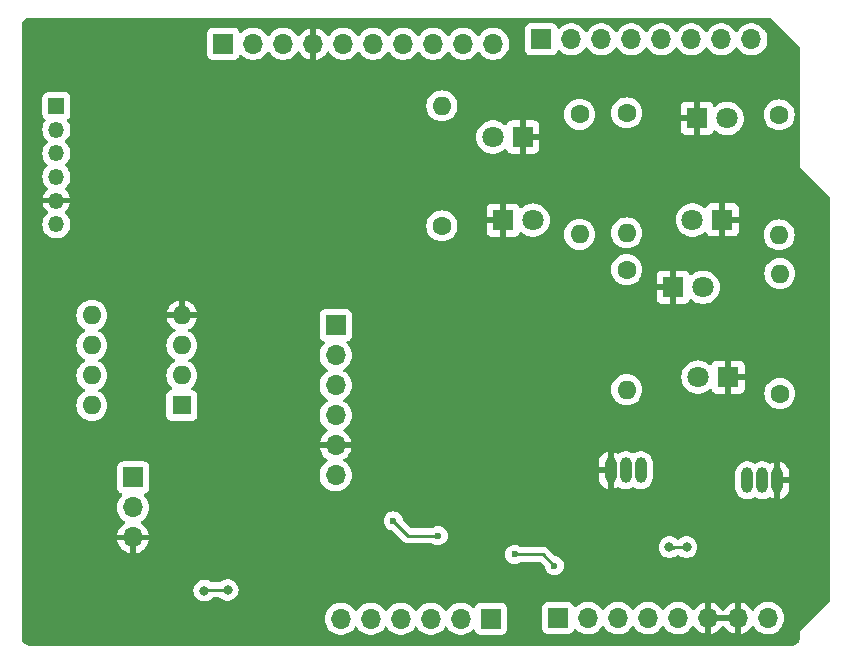
<source format=gbr>
%TF.GenerationSoftware,KiCad,Pcbnew,8.0.8*%
%TF.CreationDate,2025-03-13T16:31:01-06:00*%
%TF.ProjectId,micro_final_phaseD,6d696372-6f5f-4666-996e-616c5f706861,rev?*%
%TF.SameCoordinates,Original*%
%TF.FileFunction,Copper,L2,Bot*%
%TF.FilePolarity,Positive*%
%FSLAX46Y46*%
G04 Gerber Fmt 4.6, Leading zero omitted, Abs format (unit mm)*
G04 Created by KiCad (PCBNEW 8.0.8) date 2025-03-13 16:31:01*
%MOMM*%
%LPD*%
G01*
G04 APERTURE LIST*
%TA.AperFunction,ComponentPad*%
%ADD10R,1.350000X1.350000*%
%TD*%
%TA.AperFunction,ComponentPad*%
%ADD11O,1.350000X1.350000*%
%TD*%
%TA.AperFunction,ComponentPad*%
%ADD12R,1.700000X1.700000*%
%TD*%
%TA.AperFunction,ComponentPad*%
%ADD13O,1.700000X1.700000*%
%TD*%
%TA.AperFunction,ComponentPad*%
%ADD14C,1.600000*%
%TD*%
%TA.AperFunction,ComponentPad*%
%ADD15O,1.600000X1.600000*%
%TD*%
%TA.AperFunction,ComponentPad*%
%ADD16O,1.000000X2.200000*%
%TD*%
%TA.AperFunction,ComponentPad*%
%ADD17R,1.800000X1.800000*%
%TD*%
%TA.AperFunction,ComponentPad*%
%ADD18C,1.800000*%
%TD*%
%TA.AperFunction,ComponentPad*%
%ADD19R,1.600000X1.600000*%
%TD*%
%TA.AperFunction,ViaPad*%
%ADD20C,0.600000*%
%TD*%
%TA.AperFunction,ViaPad*%
%ADD21C,0.800000*%
%TD*%
%TA.AperFunction,Conductor*%
%ADD22C,0.250000*%
%TD*%
G04 APERTURE END LIST*
D10*
%TO.P,J1,1,Pin_1*%
%TO.N,unconnected-(J1-Pin_1-Pad1)*%
X103010000Y-54230000D03*
D11*
%TO.P,J1,2,Pin_2*%
%TO.N,/RXI*%
X103010000Y-56230000D03*
%TO.P,J1,3,Pin_3*%
%TO.N,/TXO*%
X103010000Y-58230000D03*
%TO.P,J1,4,Pin_4*%
%TO.N,+5V*%
X103010000Y-60230000D03*
%TO.P,J1,5,Pin_5*%
%TO.N,GND*%
X103010000Y-62230000D03*
%TO.P,J1,6,Pin_6*%
%TO.N,unconnected-(J1-Pin_6-Pad6)*%
X103010000Y-64230000D03*
%TD*%
D12*
%TO.P,J3,1,Pin_1*%
%TO.N,/INTERNAL_TEMP*%
X139790000Y-97640000D03*
D13*
%TO.P,J3,2,Pin_2*%
%TO.N,/EXTERNAL_TEMP*%
X137250000Y-97640000D03*
%TO.P,J3,3,Pin_3*%
%TO.N,/ACCELZ*%
X134710000Y-97640000D03*
%TO.P,J3,4,Pin_4*%
%TO.N,/ACCELX*%
X132170000Y-97640000D03*
%TO.P,J3,5,Pin_5*%
%TO.N,/PRESSURE_OUTPUT*%
X129630000Y-97640000D03*
%TO.P,J3,6,Pin_6*%
%TO.N,/HUMIDITY_OUTPUT*%
X127090000Y-97640000D03*
%TD*%
D12*
%TO.P,J2,1,Pin_1*%
%TO.N,unconnected-(J2-Pin_1-Pad1)*%
X145480000Y-97580000D03*
D13*
%TO.P,J2,2,Pin_2*%
%TO.N,/IOREF*%
X148020000Y-97580000D03*
%TO.P,J2,3,Pin_3*%
%TO.N,/~{RESET}*%
X150560000Y-97580000D03*
%TO.P,J2,4,Pin_4*%
%TO.N,+3V3*%
X153100000Y-97580000D03*
%TO.P,J2,5,Pin_5*%
%TO.N,+5V*%
X155640000Y-97580000D03*
%TO.P,J2,6,Pin_6*%
%TO.N,GND*%
X158180000Y-97580000D03*
%TO.P,J2,7,Pin_7*%
X160720000Y-97580000D03*
%TO.P,J2,8,Pin_8*%
%TO.N,VCC*%
X163260000Y-97580000D03*
%TD*%
D12*
%TO.P,J4,1,Pin_1*%
%TO.N,/SCL{slash}A5*%
X117140000Y-48960000D03*
D13*
%TO.P,J4,2,Pin_2*%
%TO.N,/SDA{slash}A4*%
X119680000Y-48960000D03*
%TO.P,J4,3,Pin_3*%
%TO.N,/AREF*%
X122220000Y-48960000D03*
%TO.P,J4,4,Pin_4*%
%TO.N,GND*%
X124760000Y-48960000D03*
%TO.P,J4,5,Pin_5*%
%TO.N,/13*%
X127300000Y-48960000D03*
%TO.P,J4,6,Pin_6*%
%TO.N,/12*%
X129840000Y-48960000D03*
%TO.P,J4,7,Pin_7*%
%TO.N,/\u002A11*%
X132380000Y-48960000D03*
%TO.P,J4,8,Pin_8*%
%TO.N,/\u002A10*%
X134920000Y-48960000D03*
%TO.P,J4,9,Pin_9*%
%TO.N,/ACCELS_LED*%
X137460000Y-48960000D03*
%TO.P,J4,10,Pin_10*%
%TO.N,/8*%
X140000000Y-48960000D03*
%TD*%
D14*
%TO.P,R6,1*%
%TO.N,/ACCELS_LED*%
X135650000Y-64380000D03*
D15*
%TO.P,R6,2*%
%TO.N,Net-(D6-A)*%
X135650000Y-54220000D03*
%TD*%
D16*
%TO.P,J8,1,Pin_1*%
%TO.N,+5V*%
X152480000Y-85060000D03*
%TO.P,J8,2,Pin_2*%
%TO.N,/EXTERNAL_TEMP*%
X151210000Y-85060000D03*
%TO.P,J8,3,Pin_3*%
%TO.N,GND*%
X149940000Y-85060000D03*
%TD*%
D14*
%TO.P,R4,1*%
%TO.N,/HUMIDITY_LED*%
X151300000Y-68090000D03*
D15*
%TO.P,R4,2*%
%TO.N,Net-(D4-A)*%
X151300000Y-78250000D03*
%TD*%
D17*
%TO.P,D5,1,K*%
%TO.N,GND*%
X140830000Y-63890000D03*
D18*
%TO.P,D5,2,A*%
%TO.N,Net-(D5-A)*%
X143370000Y-63890000D03*
%TD*%
D19*
%TO.P,J6,1,Pin_1*%
%TO.N,unconnected-(J6-Pin_1-Pad1)*%
X113630000Y-79570000D03*
D15*
%TO.P,J6,2,Pin_2*%
%TO.N,+5V*%
X113630000Y-77030000D03*
%TO.P,J6,3,Pin_3*%
%TO.N,/PRESSURE_OUTPUT*%
X113630000Y-74490000D03*
%TO.P,J6,4,Pin_4*%
%TO.N,GND*%
X113630000Y-71950000D03*
%TO.P,J6,5,Pin_5*%
%TO.N,unconnected-(J6-Pin_5-Pad5)*%
X106010000Y-71950000D03*
%TO.P,J6,6,Pin_6*%
%TO.N,unconnected-(J6-Pin_6-Pad6)*%
X106010000Y-74490000D03*
%TO.P,J6,7,Pin_7*%
%TO.N,unconnected-(J6-Pin_7-Pad7)*%
X106010000Y-77030000D03*
%TO.P,J6,8,Pin_8*%
%TO.N,unconnected-(J6-Pin_8-Pad8)*%
X106010000Y-79570000D03*
%TD*%
D14*
%TO.P,R5,1*%
%TO.N,/PRESSURE_LED*%
X147300000Y-54930000D03*
D15*
%TO.P,R5,2*%
%TO.N,Net-(D5-A)*%
X147300000Y-65090000D03*
%TD*%
D17*
%TO.P,D4,1,K*%
%TO.N,GND*%
X159880000Y-77180000D03*
D18*
%TO.P,D4,2,A*%
%TO.N,Net-(D4-A)*%
X157340000Y-77180000D03*
%TD*%
D12*
%TO.P,J5,1,Pin_1*%
%TO.N,/RX1*%
X144070000Y-48590000D03*
D13*
%TO.P,J5,2,Pin_2*%
%TO.N,/2*%
X146610000Y-48590000D03*
%TO.P,J5,3,Pin_3*%
%TO.N,/PRESSURE_LED*%
X149150000Y-48590000D03*
%TO.P,J5,4,Pin_4*%
%TO.N,/INTERNAL_TEMP_LED*%
X151690000Y-48590000D03*
%TO.P,J5,5,Pin_5*%
%TO.N,/HUMIDITY_LED*%
X154230000Y-48590000D03*
%TO.P,J5,6,Pin_6*%
%TO.N,/EXTERNAL_TEMP_LED*%
X156770000Y-48590000D03*
%TO.P,J5,7,Pin_7*%
%TO.N,/ON_LED*%
X159310000Y-48590000D03*
%TO.P,J5,8,Pin_8*%
%TO.N,unconnected-(J5-Pin_8-Pad8)*%
X161850000Y-48590000D03*
%TD*%
D12*
%TO.P,J9,1,Pin_1*%
%TO.N,/SELF_TEST*%
X126650000Y-72790000D03*
D13*
%TO.P,J9,2,Pin_2*%
%TO.N,/ACCELZ*%
X126650000Y-75330000D03*
%TO.P,J9,3,Pin_3*%
%TO.N,/ACCELY*%
X126650000Y-77870000D03*
%TO.P,J9,4,Pin_4*%
%TO.N,/ACCELX*%
X126650000Y-80410000D03*
%TO.P,J9,5,Pin_5*%
%TO.N,GND*%
X126650000Y-82950000D03*
%TO.P,J9,6,Pin_6*%
%TO.N,+3V3*%
X126650000Y-85490000D03*
%TD*%
D14*
%TO.P,R2,1*%
%TO.N,/INTERNAL_TEMP_LED*%
X151300000Y-54810000D03*
D15*
%TO.P,R2,2*%
%TO.N,Net-(D2-A)*%
X151300000Y-64970000D03*
%TD*%
D17*
%TO.P,D6,1,K*%
%TO.N,GND*%
X142500000Y-56850000D03*
D18*
%TO.P,D6,2,A*%
%TO.N,Net-(D6-A)*%
X139960000Y-56850000D03*
%TD*%
D17*
%TO.P,D1,1,K*%
%TO.N,GND*%
X157250000Y-55270000D03*
D18*
%TO.P,D1,2,A*%
%TO.N,Net-(D1-A)*%
X159790000Y-55270000D03*
%TD*%
D16*
%TO.P,J7,1,Pin_1*%
%TO.N,+5V*%
X161500000Y-85920000D03*
%TO.P,J7,2,Pin_2*%
%TO.N,/INTERNAL_TEMP*%
X162770000Y-85920000D03*
%TO.P,J7,3,Pin_3*%
%TO.N,GND*%
X164040000Y-85920000D03*
%TD*%
D17*
%TO.P,D3,1,K*%
%TO.N,GND*%
X155230000Y-69570000D03*
D18*
%TO.P,D3,2,A*%
%TO.N,Net-(D3-A)*%
X157770000Y-69570000D03*
%TD*%
D14*
%TO.P,R3,1*%
%TO.N,/EXTERNAL_TEMP_LED*%
X164260000Y-78570000D03*
D15*
%TO.P,R3,2*%
%TO.N,Net-(D3-A)*%
X164260000Y-68410000D03*
%TD*%
D17*
%TO.P,D2,1,K*%
%TO.N,GND*%
X159400000Y-63870000D03*
D18*
%TO.P,D2,2,A*%
%TO.N,Net-(D2-A)*%
X156860000Y-63870000D03*
%TD*%
D12*
%TO.P,J10,1,Pin_1*%
%TO.N,+5V*%
X109510000Y-85680000D03*
D13*
%TO.P,J10,2,Pin_2*%
%TO.N,/HUMIDITY_OUTPUT*%
X109510000Y-88220000D03*
%TO.P,J10,3,Pin_3*%
%TO.N,GND*%
X109510000Y-90760000D03*
%TD*%
D14*
%TO.P,R1,1*%
%TO.N,/ON_LED*%
X164200000Y-54970000D03*
D15*
%TO.P,R1,2*%
%TO.N,Net-(D1-A)*%
X164200000Y-65130000D03*
%TD*%
D20*
%TO.N,+3V3*%
X145171942Y-93141942D03*
X135335000Y-90620000D03*
X131545000Y-89360000D03*
X141808058Y-92198058D03*
D21*
%TO.N,/PRESSURE_OUTPUT*%
X117512653Y-95197347D03*
X115527347Y-95262653D03*
%TO.N,/INTERNAL_TEMP*%
X154915000Y-91580000D03*
X156365000Y-91580000D03*
%TD*%
D22*
%TO.N,+3V3*%
X145171942Y-93141942D02*
X144228058Y-92198058D01*
X132805000Y-90620000D02*
X131545000Y-89360000D01*
X135335000Y-90620000D02*
X132805000Y-90620000D01*
X144228058Y-92198058D02*
X141808058Y-92198058D01*
%TO.N,/PRESSURE_OUTPUT*%
X117512653Y-95197347D02*
X115592653Y-95197347D01*
X115592653Y-95197347D02*
X115527347Y-95262653D01*
%TO.N,/INTERNAL_TEMP*%
X156365000Y-91580000D02*
X155280000Y-91580000D01*
X155250000Y-91610000D02*
X154945000Y-91610000D01*
X154945000Y-91610000D02*
X154915000Y-91580000D01*
X155280000Y-91580000D02*
X155250000Y-91610000D01*
%TD*%
%TA.AperFunction,Conductor*%
%TO.N,GND*%
G36*
X160254075Y-97387007D02*
G01*
X160220000Y-97514174D01*
X160220000Y-97645826D01*
X160254075Y-97772993D01*
X160286988Y-97830000D01*
X158613012Y-97830000D01*
X158645925Y-97772993D01*
X158680000Y-97645826D01*
X158680000Y-97514174D01*
X158645925Y-97387007D01*
X158613012Y-97330000D01*
X160286988Y-97330000D01*
X160254075Y-97387007D01*
G37*
%TD.AperFunction*%
%TA.AperFunction,Conductor*%
G36*
X163484404Y-46755185D02*
G01*
X163505046Y-46771819D01*
X165928181Y-49194954D01*
X165961666Y-49256277D01*
X165964500Y-49282635D01*
X165964500Y-59344982D01*
X165964500Y-59375018D01*
X165975994Y-59402767D01*
X165975995Y-59402768D01*
X168468181Y-61894954D01*
X168501666Y-61956277D01*
X168504500Y-61982635D01*
X168504500Y-96107364D01*
X168484815Y-96174403D01*
X168468181Y-96195045D01*
X165997233Y-98665994D01*
X165975995Y-98687231D01*
X165964500Y-98714982D01*
X165964500Y-99231907D01*
X165963903Y-99244062D01*
X165952505Y-99359778D01*
X165947763Y-99383618D01*
X165917832Y-99482290D01*
X165915789Y-99489024D01*
X165906486Y-99511482D01*
X165854561Y-99608627D01*
X165841056Y-99628839D01*
X165771176Y-99713988D01*
X165753988Y-99731176D01*
X165668839Y-99801056D01*
X165648627Y-99814561D01*
X165551482Y-99866486D01*
X165529028Y-99875787D01*
X165487028Y-99888528D01*
X165423618Y-99907763D01*
X165399778Y-99912505D01*
X165291162Y-99923203D01*
X165284060Y-99923903D01*
X165271907Y-99924500D01*
X100768093Y-99924500D01*
X100755939Y-99923903D01*
X100747995Y-99923120D01*
X100640221Y-99912505D01*
X100616381Y-99907763D01*
X100599445Y-99902625D01*
X100510968Y-99875786D01*
X100488517Y-99866486D01*
X100391372Y-99814561D01*
X100371160Y-99801056D01*
X100286011Y-99731176D01*
X100268823Y-99713988D01*
X100198943Y-99628839D01*
X100185438Y-99608627D01*
X100133510Y-99511476D01*
X100124215Y-99489037D01*
X100092234Y-99383612D01*
X100087494Y-99359777D01*
X100076097Y-99244061D01*
X100075500Y-99231907D01*
X100075500Y-97639994D01*
X125726844Y-97639994D01*
X125726844Y-97640005D01*
X125745434Y-97864359D01*
X125745436Y-97864371D01*
X125800703Y-98082614D01*
X125891140Y-98288792D01*
X126014276Y-98477265D01*
X126014284Y-98477276D01*
X126166756Y-98642902D01*
X126166760Y-98642906D01*
X126344424Y-98781189D01*
X126344425Y-98781189D01*
X126344427Y-98781191D01*
X126366729Y-98793260D01*
X126542426Y-98888342D01*
X126755365Y-98961444D01*
X126977431Y-98998500D01*
X127202569Y-98998500D01*
X127424635Y-98961444D01*
X127637574Y-98888342D01*
X127835576Y-98781189D01*
X128013240Y-98642906D01*
X128165722Y-98477268D01*
X128256193Y-98338790D01*
X128309338Y-98293437D01*
X128378569Y-98284013D01*
X128441905Y-98313515D01*
X128463804Y-98338787D01*
X128554278Y-98477268D01*
X128554283Y-98477273D01*
X128554284Y-98477276D01*
X128706756Y-98642902D01*
X128706760Y-98642906D01*
X128884424Y-98781189D01*
X128884425Y-98781189D01*
X128884427Y-98781191D01*
X128906729Y-98793260D01*
X129082426Y-98888342D01*
X129295365Y-98961444D01*
X129517431Y-98998500D01*
X129742569Y-98998500D01*
X129964635Y-98961444D01*
X130177574Y-98888342D01*
X130375576Y-98781189D01*
X130553240Y-98642906D01*
X130705722Y-98477268D01*
X130796193Y-98338790D01*
X130849338Y-98293437D01*
X130918569Y-98284013D01*
X130981905Y-98313515D01*
X131003804Y-98338787D01*
X131094278Y-98477268D01*
X131094283Y-98477273D01*
X131094284Y-98477276D01*
X131246756Y-98642902D01*
X131246760Y-98642906D01*
X131424424Y-98781189D01*
X131424425Y-98781189D01*
X131424427Y-98781191D01*
X131446729Y-98793260D01*
X131622426Y-98888342D01*
X131835365Y-98961444D01*
X132057431Y-98998500D01*
X132282569Y-98998500D01*
X132504635Y-98961444D01*
X132717574Y-98888342D01*
X132915576Y-98781189D01*
X133093240Y-98642906D01*
X133245722Y-98477268D01*
X133336193Y-98338790D01*
X133389338Y-98293437D01*
X133458569Y-98284013D01*
X133521905Y-98313515D01*
X133543804Y-98338787D01*
X133634278Y-98477268D01*
X133634283Y-98477273D01*
X133634284Y-98477276D01*
X133786756Y-98642902D01*
X133786760Y-98642906D01*
X133964424Y-98781189D01*
X133964425Y-98781189D01*
X133964427Y-98781191D01*
X133986729Y-98793260D01*
X134162426Y-98888342D01*
X134375365Y-98961444D01*
X134597431Y-98998500D01*
X134822569Y-98998500D01*
X135044635Y-98961444D01*
X135257574Y-98888342D01*
X135455576Y-98781189D01*
X135633240Y-98642906D01*
X135785722Y-98477268D01*
X135876193Y-98338790D01*
X135929338Y-98293437D01*
X135998569Y-98284013D01*
X136061905Y-98313515D01*
X136083804Y-98338787D01*
X136174278Y-98477268D01*
X136174283Y-98477273D01*
X136174284Y-98477276D01*
X136326756Y-98642902D01*
X136326760Y-98642906D01*
X136504424Y-98781189D01*
X136504425Y-98781189D01*
X136504427Y-98781191D01*
X136526729Y-98793260D01*
X136702426Y-98888342D01*
X136915365Y-98961444D01*
X137137431Y-98998500D01*
X137362569Y-98998500D01*
X137584635Y-98961444D01*
X137797574Y-98888342D01*
X137995576Y-98781189D01*
X138173240Y-98642906D01*
X138236452Y-98574239D01*
X138296337Y-98538250D01*
X138366175Y-98540349D01*
X138423791Y-98579873D01*
X138443861Y-98614888D01*
X138483510Y-98721187D01*
X138489111Y-98736204D01*
X138576739Y-98853261D01*
X138693796Y-98940889D01*
X138830799Y-98991989D01*
X138858050Y-98994918D01*
X138891345Y-98998499D01*
X138891362Y-98998500D01*
X140688638Y-98998500D01*
X140688654Y-98998499D01*
X140715692Y-98995591D01*
X140749201Y-98991989D01*
X140886204Y-98940889D01*
X141003261Y-98853261D01*
X141090889Y-98736204D01*
X141141989Y-98599201D01*
X141146753Y-98554889D01*
X141148499Y-98538654D01*
X141148500Y-98538637D01*
X141148500Y-96741362D01*
X141148499Y-96741345D01*
X141144672Y-96705759D01*
X141142048Y-96681345D01*
X144121500Y-96681345D01*
X144121500Y-98478654D01*
X144128011Y-98539202D01*
X144128011Y-98539204D01*
X144175303Y-98665994D01*
X144179111Y-98676204D01*
X144266739Y-98793261D01*
X144383796Y-98880889D01*
X144520799Y-98931989D01*
X144548050Y-98934918D01*
X144581345Y-98938499D01*
X144581362Y-98938500D01*
X146378638Y-98938500D01*
X146378654Y-98938499D01*
X146405692Y-98935591D01*
X146439201Y-98931989D01*
X146576204Y-98880889D01*
X146693261Y-98793261D01*
X146780889Y-98676204D01*
X146826138Y-98554887D01*
X146868009Y-98498956D01*
X146933474Y-98474539D01*
X147001746Y-98489391D01*
X147033545Y-98514236D01*
X147096760Y-98582906D01*
X147274424Y-98721189D01*
X147274425Y-98721189D01*
X147274427Y-98721191D01*
X147302169Y-98736204D01*
X147472426Y-98828342D01*
X147685365Y-98901444D01*
X147907431Y-98938500D01*
X148132569Y-98938500D01*
X148354635Y-98901444D01*
X148567574Y-98828342D01*
X148765576Y-98721189D01*
X148943240Y-98582906D01*
X149064594Y-98451082D01*
X149095715Y-98417276D01*
X149095715Y-98417275D01*
X149095722Y-98417268D01*
X149186193Y-98278790D01*
X149239338Y-98233437D01*
X149308569Y-98224013D01*
X149371905Y-98253515D01*
X149393804Y-98278787D01*
X149484278Y-98417268D01*
X149484283Y-98417273D01*
X149484284Y-98417276D01*
X149636756Y-98582902D01*
X149636761Y-98582907D01*
X149657697Y-98599202D01*
X149814424Y-98721189D01*
X149814425Y-98721189D01*
X149814427Y-98721191D01*
X149842169Y-98736204D01*
X150012426Y-98828342D01*
X150225365Y-98901444D01*
X150447431Y-98938500D01*
X150672569Y-98938500D01*
X150894635Y-98901444D01*
X151107574Y-98828342D01*
X151305576Y-98721189D01*
X151483240Y-98582906D01*
X151604594Y-98451082D01*
X151635715Y-98417276D01*
X151635715Y-98417275D01*
X151635722Y-98417268D01*
X151726193Y-98278790D01*
X151779338Y-98233437D01*
X151848569Y-98224013D01*
X151911905Y-98253515D01*
X151933804Y-98278787D01*
X152024278Y-98417268D01*
X152024283Y-98417273D01*
X152024284Y-98417276D01*
X152176756Y-98582902D01*
X152176761Y-98582907D01*
X152197697Y-98599202D01*
X152354424Y-98721189D01*
X152354425Y-98721189D01*
X152354427Y-98721191D01*
X152382169Y-98736204D01*
X152552426Y-98828342D01*
X152765365Y-98901444D01*
X152987431Y-98938500D01*
X153212569Y-98938500D01*
X153434635Y-98901444D01*
X153647574Y-98828342D01*
X153845576Y-98721189D01*
X154023240Y-98582906D01*
X154144594Y-98451082D01*
X154175715Y-98417276D01*
X154175715Y-98417275D01*
X154175722Y-98417268D01*
X154266193Y-98278790D01*
X154319338Y-98233437D01*
X154388569Y-98224013D01*
X154451905Y-98253515D01*
X154473804Y-98278787D01*
X154564278Y-98417268D01*
X154564283Y-98417273D01*
X154564284Y-98417276D01*
X154716756Y-98582902D01*
X154716761Y-98582907D01*
X154737697Y-98599202D01*
X154894424Y-98721189D01*
X154894425Y-98721189D01*
X154894427Y-98721191D01*
X154922169Y-98736204D01*
X155092426Y-98828342D01*
X155305365Y-98901444D01*
X155527431Y-98938500D01*
X155752569Y-98938500D01*
X155974635Y-98901444D01*
X156187574Y-98828342D01*
X156385576Y-98721189D01*
X156563240Y-98582906D01*
X156684594Y-98451082D01*
X156715715Y-98417276D01*
X156715715Y-98417275D01*
X156715722Y-98417268D01*
X156809749Y-98273347D01*
X156862894Y-98227994D01*
X156932125Y-98218570D01*
X156995461Y-98248072D01*
X157015130Y-98270048D01*
X157141890Y-98451078D01*
X157308917Y-98618105D01*
X157502421Y-98753600D01*
X157716507Y-98853429D01*
X157716516Y-98853433D01*
X157930000Y-98910634D01*
X157930000Y-98013012D01*
X157987007Y-98045925D01*
X158114174Y-98080000D01*
X158245826Y-98080000D01*
X158372993Y-98045925D01*
X158430000Y-98013012D01*
X158430000Y-98910633D01*
X158643483Y-98853433D01*
X158643492Y-98853429D01*
X158857578Y-98753600D01*
X159051082Y-98618105D01*
X159218105Y-98451082D01*
X159348425Y-98264968D01*
X159403002Y-98221344D01*
X159472501Y-98214151D01*
X159534855Y-98245673D01*
X159551575Y-98264968D01*
X159681894Y-98451082D01*
X159848917Y-98618105D01*
X160042421Y-98753600D01*
X160256507Y-98853429D01*
X160256516Y-98853433D01*
X160470000Y-98910634D01*
X160470000Y-98013012D01*
X160527007Y-98045925D01*
X160654174Y-98080000D01*
X160785826Y-98080000D01*
X160912993Y-98045925D01*
X160970000Y-98013012D01*
X160970000Y-98910633D01*
X161183483Y-98853433D01*
X161183492Y-98853429D01*
X161397578Y-98753600D01*
X161591082Y-98618105D01*
X161758105Y-98451082D01*
X161884868Y-98270048D01*
X161939445Y-98226423D01*
X162008944Y-98219231D01*
X162071298Y-98250753D01*
X162090251Y-98273350D01*
X162184276Y-98417265D01*
X162184284Y-98417276D01*
X162336756Y-98582902D01*
X162336761Y-98582907D01*
X162357697Y-98599202D01*
X162514424Y-98721189D01*
X162514425Y-98721189D01*
X162514427Y-98721191D01*
X162542169Y-98736204D01*
X162712426Y-98828342D01*
X162925365Y-98901444D01*
X163147431Y-98938500D01*
X163372569Y-98938500D01*
X163594635Y-98901444D01*
X163807574Y-98828342D01*
X164005576Y-98721189D01*
X164183240Y-98582906D01*
X164304594Y-98451082D01*
X164335715Y-98417276D01*
X164335717Y-98417273D01*
X164335722Y-98417268D01*
X164458860Y-98228791D01*
X164549296Y-98022616D01*
X164604564Y-97804368D01*
X164607164Y-97772993D01*
X164623156Y-97580005D01*
X164623156Y-97579994D01*
X164604565Y-97355640D01*
X164604563Y-97355628D01*
X164549296Y-97137385D01*
X164539071Y-97114075D01*
X164458860Y-96931209D01*
X164442706Y-96906484D01*
X164335723Y-96742734D01*
X164335715Y-96742723D01*
X164183243Y-96577097D01*
X164183238Y-96577092D01*
X164005577Y-96438812D01*
X164005572Y-96438808D01*
X163807580Y-96331661D01*
X163807577Y-96331659D01*
X163807574Y-96331658D01*
X163807571Y-96331657D01*
X163807569Y-96331656D01*
X163594637Y-96258556D01*
X163372569Y-96221500D01*
X163147431Y-96221500D01*
X162925362Y-96258556D01*
X162712430Y-96331656D01*
X162712419Y-96331661D01*
X162514427Y-96438808D01*
X162514422Y-96438812D01*
X162336761Y-96577092D01*
X162336756Y-96577097D01*
X162184284Y-96742723D01*
X162184276Y-96742734D01*
X162090251Y-96886650D01*
X162037105Y-96932007D01*
X161967873Y-96941430D01*
X161904538Y-96911928D01*
X161884868Y-96889951D01*
X161758113Y-96708926D01*
X161758108Y-96708920D01*
X161591082Y-96541894D01*
X161397578Y-96406399D01*
X161183492Y-96306570D01*
X161183486Y-96306567D01*
X160970000Y-96249364D01*
X160970000Y-97146988D01*
X160912993Y-97114075D01*
X160785826Y-97080000D01*
X160654174Y-97080000D01*
X160527007Y-97114075D01*
X160470000Y-97146988D01*
X160470000Y-96249364D01*
X160469999Y-96249364D01*
X160256513Y-96306567D01*
X160256507Y-96306570D01*
X160042422Y-96406399D01*
X160042420Y-96406400D01*
X159848926Y-96541886D01*
X159848920Y-96541891D01*
X159681891Y-96708920D01*
X159681890Y-96708922D01*
X159551575Y-96895031D01*
X159496998Y-96938655D01*
X159427499Y-96945848D01*
X159365145Y-96914326D01*
X159348425Y-96895031D01*
X159218109Y-96708922D01*
X159218108Y-96708920D01*
X159051082Y-96541894D01*
X158857578Y-96406399D01*
X158643492Y-96306570D01*
X158643486Y-96306567D01*
X158430000Y-96249364D01*
X158430000Y-97146988D01*
X158372993Y-97114075D01*
X158245826Y-97080000D01*
X158114174Y-97080000D01*
X157987007Y-97114075D01*
X157930000Y-97146988D01*
X157930000Y-96249364D01*
X157929999Y-96249364D01*
X157716513Y-96306567D01*
X157716507Y-96306570D01*
X157502422Y-96406399D01*
X157502420Y-96406400D01*
X157308926Y-96541886D01*
X157308920Y-96541891D01*
X157141891Y-96708920D01*
X157141890Y-96708922D01*
X157015131Y-96889952D01*
X156960554Y-96933577D01*
X156891055Y-96940769D01*
X156828701Y-96909247D01*
X156809752Y-96886656D01*
X156715722Y-96742732D01*
X156715715Y-96742725D01*
X156715715Y-96742723D01*
X156563243Y-96577097D01*
X156563238Y-96577092D01*
X156385577Y-96438812D01*
X156385572Y-96438808D01*
X156187580Y-96331661D01*
X156187577Y-96331659D01*
X156187574Y-96331658D01*
X156187571Y-96331657D01*
X156187569Y-96331656D01*
X155974637Y-96258556D01*
X155752569Y-96221500D01*
X155527431Y-96221500D01*
X155305362Y-96258556D01*
X155092430Y-96331656D01*
X155092419Y-96331661D01*
X154894427Y-96438808D01*
X154894422Y-96438812D01*
X154716761Y-96577092D01*
X154716756Y-96577097D01*
X154564284Y-96742723D01*
X154564276Y-96742734D01*
X154473808Y-96881206D01*
X154420662Y-96926562D01*
X154351431Y-96935986D01*
X154288095Y-96906484D01*
X154266192Y-96881206D01*
X154175723Y-96742734D01*
X154175715Y-96742723D01*
X154023243Y-96577097D01*
X154023238Y-96577092D01*
X153845577Y-96438812D01*
X153845572Y-96438808D01*
X153647580Y-96331661D01*
X153647577Y-96331659D01*
X153647574Y-96331658D01*
X153647571Y-96331657D01*
X153647569Y-96331656D01*
X153434637Y-96258556D01*
X153212569Y-96221500D01*
X152987431Y-96221500D01*
X152765362Y-96258556D01*
X152552430Y-96331656D01*
X152552419Y-96331661D01*
X152354427Y-96438808D01*
X152354422Y-96438812D01*
X152176761Y-96577092D01*
X152176756Y-96577097D01*
X152024284Y-96742723D01*
X152024276Y-96742734D01*
X151933808Y-96881206D01*
X151880662Y-96926562D01*
X151811431Y-96935986D01*
X151748095Y-96906484D01*
X151726192Y-96881206D01*
X151635723Y-96742734D01*
X151635715Y-96742723D01*
X151483243Y-96577097D01*
X151483238Y-96577092D01*
X151305577Y-96438812D01*
X151305572Y-96438808D01*
X151107580Y-96331661D01*
X151107577Y-96331659D01*
X151107574Y-96331658D01*
X151107571Y-96331657D01*
X151107569Y-96331656D01*
X150894637Y-96258556D01*
X150672569Y-96221500D01*
X150447431Y-96221500D01*
X150225362Y-96258556D01*
X150012430Y-96331656D01*
X150012419Y-96331661D01*
X149814427Y-96438808D01*
X149814422Y-96438812D01*
X149636761Y-96577092D01*
X149636756Y-96577097D01*
X149484284Y-96742723D01*
X149484276Y-96742734D01*
X149393808Y-96881206D01*
X149340662Y-96926562D01*
X149271431Y-96935986D01*
X149208095Y-96906484D01*
X149186192Y-96881206D01*
X149095723Y-96742734D01*
X149095715Y-96742723D01*
X148943243Y-96577097D01*
X148943238Y-96577092D01*
X148765577Y-96438812D01*
X148765572Y-96438808D01*
X148567580Y-96331661D01*
X148567577Y-96331659D01*
X148567574Y-96331658D01*
X148567571Y-96331657D01*
X148567569Y-96331656D01*
X148354637Y-96258556D01*
X148132569Y-96221500D01*
X147907431Y-96221500D01*
X147685362Y-96258556D01*
X147472430Y-96331656D01*
X147472419Y-96331661D01*
X147274427Y-96438808D01*
X147274422Y-96438812D01*
X147096761Y-96577092D01*
X147033548Y-96645760D01*
X146973661Y-96681750D01*
X146903823Y-96679649D01*
X146846207Y-96640124D01*
X146826138Y-96605110D01*
X146780889Y-96483796D01*
X146747214Y-96438812D01*
X146693261Y-96366739D01*
X146576204Y-96279111D01*
X146439203Y-96228011D01*
X146378654Y-96221500D01*
X146378638Y-96221500D01*
X144581362Y-96221500D01*
X144581345Y-96221500D01*
X144520797Y-96228011D01*
X144520795Y-96228011D01*
X144383795Y-96279111D01*
X144266739Y-96366739D01*
X144179111Y-96483795D01*
X144128011Y-96620795D01*
X144128011Y-96620797D01*
X144121500Y-96681345D01*
X141142048Y-96681345D01*
X141141989Y-96680799D01*
X141141560Y-96679649D01*
X141113758Y-96605110D01*
X141090889Y-96543796D01*
X141003261Y-96426739D01*
X140886204Y-96339111D01*
X140866217Y-96331656D01*
X140749203Y-96288011D01*
X140688654Y-96281500D01*
X140688638Y-96281500D01*
X138891362Y-96281500D01*
X138891345Y-96281500D01*
X138830797Y-96288011D01*
X138830795Y-96288011D01*
X138693795Y-96339111D01*
X138576739Y-96426739D01*
X138489111Y-96543795D01*
X138443861Y-96665111D01*
X138401989Y-96721044D01*
X138336524Y-96745460D01*
X138268252Y-96730607D01*
X138236454Y-96705762D01*
X138173240Y-96637094D01*
X137995576Y-96498811D01*
X137995575Y-96498810D01*
X137995572Y-96498808D01*
X137797580Y-96391661D01*
X137797577Y-96391659D01*
X137797574Y-96391658D01*
X137797571Y-96391657D01*
X137797569Y-96391656D01*
X137584637Y-96318556D01*
X137362569Y-96281500D01*
X137137431Y-96281500D01*
X136915362Y-96318556D01*
X136702430Y-96391656D01*
X136702419Y-96391661D01*
X136504427Y-96498808D01*
X136504422Y-96498812D01*
X136326761Y-96637092D01*
X136326756Y-96637097D01*
X136174284Y-96802723D01*
X136174276Y-96802734D01*
X136083808Y-96941206D01*
X136030662Y-96986562D01*
X135961431Y-96995986D01*
X135898095Y-96966484D01*
X135876192Y-96941206D01*
X135785723Y-96802734D01*
X135785715Y-96802723D01*
X135633243Y-96637097D01*
X135633238Y-96637092D01*
X135455577Y-96498812D01*
X135455572Y-96498808D01*
X135257580Y-96391661D01*
X135257577Y-96391659D01*
X135257574Y-96391658D01*
X135257571Y-96391657D01*
X135257569Y-96391656D01*
X135044637Y-96318556D01*
X134822569Y-96281500D01*
X134597431Y-96281500D01*
X134375362Y-96318556D01*
X134162430Y-96391656D01*
X134162419Y-96391661D01*
X133964427Y-96498808D01*
X133964422Y-96498812D01*
X133786761Y-96637092D01*
X133786756Y-96637097D01*
X133634284Y-96802723D01*
X133634276Y-96802734D01*
X133543808Y-96941206D01*
X133490662Y-96986562D01*
X133421431Y-96995986D01*
X133358095Y-96966484D01*
X133336192Y-96941206D01*
X133245723Y-96802734D01*
X133245715Y-96802723D01*
X133093243Y-96637097D01*
X133093238Y-96637092D01*
X132915577Y-96498812D01*
X132915572Y-96498808D01*
X132717580Y-96391661D01*
X132717577Y-96391659D01*
X132717574Y-96391658D01*
X132717571Y-96391657D01*
X132717569Y-96391656D01*
X132504637Y-96318556D01*
X132282569Y-96281500D01*
X132057431Y-96281500D01*
X131835362Y-96318556D01*
X131622430Y-96391656D01*
X131622419Y-96391661D01*
X131424427Y-96498808D01*
X131424422Y-96498812D01*
X131246761Y-96637092D01*
X131246756Y-96637097D01*
X131094284Y-96802723D01*
X131094276Y-96802734D01*
X131003808Y-96941206D01*
X130950662Y-96986562D01*
X130881431Y-96995986D01*
X130818095Y-96966484D01*
X130796192Y-96941206D01*
X130705723Y-96802734D01*
X130705715Y-96802723D01*
X130553243Y-96637097D01*
X130553238Y-96637092D01*
X130375577Y-96498812D01*
X130375572Y-96498808D01*
X130177580Y-96391661D01*
X130177577Y-96391659D01*
X130177574Y-96391658D01*
X130177571Y-96391657D01*
X130177569Y-96391656D01*
X129964637Y-96318556D01*
X129742569Y-96281500D01*
X129517431Y-96281500D01*
X129295362Y-96318556D01*
X129082430Y-96391656D01*
X129082419Y-96391661D01*
X128884427Y-96498808D01*
X128884422Y-96498812D01*
X128706761Y-96637092D01*
X128706756Y-96637097D01*
X128554284Y-96802723D01*
X128554276Y-96802734D01*
X128463808Y-96941206D01*
X128410662Y-96986562D01*
X128341431Y-96995986D01*
X128278095Y-96966484D01*
X128256192Y-96941206D01*
X128165723Y-96802734D01*
X128165715Y-96802723D01*
X128013243Y-96637097D01*
X128013238Y-96637092D01*
X127835577Y-96498812D01*
X127835572Y-96498808D01*
X127637580Y-96391661D01*
X127637577Y-96391659D01*
X127637574Y-96391658D01*
X127637571Y-96391657D01*
X127637569Y-96391656D01*
X127424637Y-96318556D01*
X127202569Y-96281500D01*
X126977431Y-96281500D01*
X126755362Y-96318556D01*
X126542430Y-96391656D01*
X126542419Y-96391661D01*
X126344427Y-96498808D01*
X126344422Y-96498812D01*
X126166761Y-96637092D01*
X126166756Y-96637097D01*
X126014284Y-96802723D01*
X126014276Y-96802734D01*
X125891140Y-96991207D01*
X125800703Y-97197385D01*
X125745436Y-97415628D01*
X125745434Y-97415640D01*
X125726844Y-97639994D01*
X100075500Y-97639994D01*
X100075500Y-95262653D01*
X114613843Y-95262653D01*
X114633805Y-95452581D01*
X114633806Y-95452584D01*
X114692817Y-95634202D01*
X114692820Y-95634209D01*
X114788307Y-95799597D01*
X114916094Y-95941519D01*
X115070595Y-96053771D01*
X115245059Y-96131447D01*
X115431860Y-96171153D01*
X115622834Y-96171153D01*
X115809635Y-96131447D01*
X115984099Y-96053771D01*
X116138600Y-95941519D01*
X116201307Y-95871874D01*
X116260793Y-95835227D01*
X116293457Y-95830847D01*
X116805344Y-95830847D01*
X116872383Y-95850532D01*
X116897493Y-95871874D01*
X116901400Y-95876213D01*
X117055901Y-95988465D01*
X117230365Y-96066141D01*
X117417166Y-96105847D01*
X117608140Y-96105847D01*
X117794941Y-96066141D01*
X117969405Y-95988465D01*
X118123906Y-95876213D01*
X118251693Y-95734291D01*
X118347180Y-95568903D01*
X118406195Y-95387275D01*
X118426157Y-95197347D01*
X118406195Y-95007419D01*
X118347180Y-94825791D01*
X118251693Y-94660403D01*
X118123906Y-94518481D01*
X117969405Y-94406229D01*
X117794941Y-94328553D01*
X117794939Y-94328552D01*
X117608140Y-94288847D01*
X117417166Y-94288847D01*
X117230367Y-94328552D01*
X117055899Y-94406230D01*
X116901398Y-94518482D01*
X116897493Y-94522820D01*
X116838007Y-94559468D01*
X116805344Y-94563847D01*
X116151446Y-94563847D01*
X116084407Y-94544162D01*
X116078561Y-94540165D01*
X115984103Y-94471537D01*
X115984099Y-94471535D01*
X115809635Y-94393859D01*
X115809633Y-94393858D01*
X115622834Y-94354153D01*
X115431860Y-94354153D01*
X115245061Y-94393858D01*
X115070593Y-94471536D01*
X114916092Y-94583788D01*
X114788306Y-94725710D01*
X114692820Y-94891096D01*
X114692817Y-94891103D01*
X114655024Y-95007419D01*
X114633805Y-95072725D01*
X114613843Y-95262653D01*
X100075500Y-95262653D01*
X100075500Y-92198054D01*
X140994442Y-92198054D01*
X140994442Y-92198061D01*
X141014839Y-92379099D01*
X141014840Y-92379104D01*
X141025266Y-92408899D01*
X141075015Y-92551073D01*
X141171947Y-92705339D01*
X141300777Y-92834169D01*
X141455043Y-92931101D01*
X141627011Y-92991275D01*
X141627016Y-92991276D01*
X141808054Y-93011674D01*
X141808058Y-93011674D01*
X141808062Y-93011674D01*
X141989099Y-92991276D01*
X141989102Y-92991275D01*
X141989105Y-92991275D01*
X142161073Y-92931101D01*
X142161075Y-92931099D01*
X142161077Y-92931099D01*
X142161080Y-92931097D01*
X142289246Y-92850565D01*
X142355218Y-92831558D01*
X143914292Y-92831558D01*
X143981331Y-92851243D01*
X144001973Y-92867877D01*
X144338093Y-93203998D01*
X144371578Y-93265321D01*
X144373632Y-93277793D01*
X144378725Y-93322989D01*
X144418841Y-93437634D01*
X144438899Y-93494958D01*
X144438900Y-93494959D01*
X144535831Y-93649223D01*
X144664661Y-93778053D01*
X144818927Y-93874985D01*
X144990895Y-93935159D01*
X144990900Y-93935160D01*
X145171938Y-93955558D01*
X145171942Y-93955558D01*
X145171946Y-93955558D01*
X145352983Y-93935160D01*
X145352986Y-93935159D01*
X145352989Y-93935159D01*
X145524957Y-93874985D01*
X145679223Y-93778053D01*
X145808053Y-93649223D01*
X145904985Y-93494957D01*
X145965159Y-93322989D01*
X145965160Y-93322983D01*
X145985558Y-93141945D01*
X145985558Y-93141938D01*
X145965160Y-92960900D01*
X145965159Y-92960895D01*
X145904985Y-92788927D01*
X145808053Y-92634661D01*
X145679223Y-92505831D01*
X145651641Y-92488500D01*
X145524958Y-92408899D01*
X145439793Y-92379099D01*
X145352989Y-92348725D01*
X145328896Y-92346010D01*
X145307793Y-92343632D01*
X145243379Y-92316564D01*
X145233998Y-92308093D01*
X144631894Y-91705989D01*
X144631890Y-91705986D01*
X144528139Y-91636661D01*
X144528130Y-91636656D01*
X144412843Y-91588903D01*
X144412835Y-91588901D01*
X144368087Y-91580000D01*
X154001496Y-91580000D01*
X154021458Y-91769928D01*
X154021459Y-91769931D01*
X154080470Y-91951549D01*
X154080473Y-91951556D01*
X154175960Y-92116944D01*
X154303747Y-92258866D01*
X154458248Y-92371118D01*
X154632712Y-92448794D01*
X154819513Y-92488500D01*
X155010487Y-92488500D01*
X155197288Y-92448794D01*
X155371752Y-92371118D01*
X155526253Y-92258866D01*
X155530160Y-92254527D01*
X155589646Y-92217879D01*
X155622309Y-92213500D01*
X155657691Y-92213500D01*
X155724730Y-92233185D01*
X155749840Y-92254527D01*
X155753747Y-92258866D01*
X155908248Y-92371118D01*
X156082712Y-92448794D01*
X156269513Y-92488500D01*
X156460487Y-92488500D01*
X156647288Y-92448794D01*
X156821752Y-92371118D01*
X156976253Y-92258866D01*
X157104040Y-92116944D01*
X157199527Y-91951556D01*
X157258542Y-91769928D01*
X157278504Y-91580000D01*
X157258542Y-91390072D01*
X157199527Y-91208444D01*
X157104040Y-91043056D01*
X156976253Y-90901134D01*
X156821752Y-90788882D01*
X156647288Y-90711206D01*
X156647286Y-90711205D01*
X156460487Y-90671500D01*
X156269513Y-90671500D01*
X156082714Y-90711205D01*
X155908246Y-90788883D01*
X155753745Y-90901135D01*
X155749840Y-90905473D01*
X155690354Y-90942121D01*
X155657691Y-90946500D01*
X155622309Y-90946500D01*
X155555270Y-90926815D01*
X155530160Y-90905473D01*
X155526254Y-90901135D01*
X155422601Y-90825826D01*
X155371752Y-90788882D01*
X155197288Y-90711206D01*
X155197286Y-90711205D01*
X155010487Y-90671500D01*
X154819513Y-90671500D01*
X154632714Y-90711205D01*
X154458246Y-90788883D01*
X154303745Y-90901135D01*
X154175959Y-91043057D01*
X154080473Y-91208443D01*
X154080470Y-91208450D01*
X154023287Y-91384442D01*
X154021458Y-91390072D01*
X154001496Y-91580000D01*
X144368087Y-91580000D01*
X144290456Y-91564558D01*
X144290452Y-91564558D01*
X142355218Y-91564558D01*
X142289246Y-91545551D01*
X142161080Y-91465018D01*
X142161077Y-91465016D01*
X141989104Y-91404840D01*
X141989099Y-91404839D01*
X141808062Y-91384442D01*
X141808054Y-91384442D01*
X141627016Y-91404839D01*
X141627011Y-91404840D01*
X141455040Y-91465016D01*
X141300776Y-91561947D01*
X141171947Y-91690776D01*
X141075016Y-91845040D01*
X141014840Y-92017011D01*
X141014839Y-92017016D01*
X140994442Y-92198054D01*
X100075500Y-92198054D01*
X100075500Y-88219994D01*
X108146844Y-88219994D01*
X108146844Y-88220005D01*
X108165434Y-88444359D01*
X108165436Y-88444371D01*
X108220703Y-88662614D01*
X108311140Y-88868792D01*
X108434276Y-89057265D01*
X108434284Y-89057276D01*
X108586756Y-89222902D01*
X108586760Y-89222906D01*
X108764424Y-89361189D01*
X108807693Y-89384605D01*
X108807695Y-89384606D01*
X108857286Y-89433825D01*
X108872394Y-89502042D01*
X108848224Y-89567597D01*
X108819802Y-89595236D01*
X108638922Y-89721890D01*
X108638920Y-89721891D01*
X108471891Y-89888920D01*
X108471886Y-89888926D01*
X108336400Y-90082420D01*
X108336399Y-90082422D01*
X108236570Y-90296507D01*
X108236567Y-90296513D01*
X108179364Y-90509999D01*
X108179364Y-90510000D01*
X109076988Y-90510000D01*
X109044075Y-90567007D01*
X109010000Y-90694174D01*
X109010000Y-90825826D01*
X109044075Y-90952993D01*
X109076988Y-91010000D01*
X108179364Y-91010000D01*
X108236567Y-91223486D01*
X108236570Y-91223492D01*
X108336399Y-91437578D01*
X108471894Y-91631082D01*
X108638917Y-91798105D01*
X108832421Y-91933600D01*
X109046507Y-92033429D01*
X109046516Y-92033433D01*
X109260000Y-92090634D01*
X109260000Y-91193012D01*
X109317007Y-91225925D01*
X109444174Y-91260000D01*
X109575826Y-91260000D01*
X109702993Y-91225925D01*
X109760000Y-91193012D01*
X109760000Y-92090633D01*
X109973483Y-92033433D01*
X109973492Y-92033429D01*
X110187578Y-91933600D01*
X110381082Y-91798105D01*
X110548105Y-91631082D01*
X110683600Y-91437578D01*
X110783429Y-91223492D01*
X110783432Y-91223486D01*
X110840636Y-91010000D01*
X109943012Y-91010000D01*
X109975925Y-90952993D01*
X110010000Y-90825826D01*
X110010000Y-90694174D01*
X109975925Y-90567007D01*
X109943012Y-90510000D01*
X110840636Y-90510000D01*
X110840635Y-90509999D01*
X110783432Y-90296513D01*
X110783429Y-90296507D01*
X110683600Y-90082422D01*
X110683599Y-90082420D01*
X110548113Y-89888926D01*
X110548108Y-89888920D01*
X110381082Y-89721894D01*
X110200197Y-89595236D01*
X110156572Y-89540659D01*
X110149380Y-89471160D01*
X110180902Y-89408806D01*
X110212300Y-89384608D01*
X110255576Y-89361189D01*
X110257109Y-89359996D01*
X130731384Y-89359996D01*
X130731384Y-89360003D01*
X130751781Y-89541041D01*
X130751782Y-89541046D01*
X130811958Y-89713017D01*
X130817534Y-89721891D01*
X130908889Y-89867281D01*
X131037719Y-89996111D01*
X131191985Y-90093043D01*
X131363953Y-90153217D01*
X131409147Y-90158309D01*
X131473559Y-90185374D01*
X131482944Y-90193848D01*
X132312929Y-91023833D01*
X132401167Y-91112071D01*
X132401168Y-91112072D01*
X132504918Y-91181396D01*
X132504924Y-91181399D01*
X132504925Y-91181400D01*
X132620215Y-91229155D01*
X132742601Y-91253499D01*
X132742605Y-91253500D01*
X132742606Y-91253500D01*
X134787840Y-91253500D01*
X134853812Y-91272507D01*
X134981977Y-91353039D01*
X134981980Y-91353041D01*
X134981984Y-91353042D01*
X134981985Y-91353043D01*
X135087797Y-91390068D01*
X135153953Y-91413217D01*
X135153958Y-91413218D01*
X135334996Y-91433616D01*
X135335000Y-91433616D01*
X135335004Y-91433616D01*
X135516041Y-91413218D01*
X135516044Y-91413217D01*
X135516047Y-91413217D01*
X135688015Y-91353043D01*
X135842281Y-91256111D01*
X135971111Y-91127281D01*
X136068043Y-90973015D01*
X136128217Y-90801047D01*
X136140259Y-90694174D01*
X136148616Y-90620003D01*
X136148616Y-90619996D01*
X136128218Y-90438958D01*
X136128217Y-90438953D01*
X136068043Y-90266985D01*
X135971111Y-90112719D01*
X135842281Y-89983889D01*
X135688015Y-89886957D01*
X135631784Y-89867281D01*
X135516046Y-89826782D01*
X135516041Y-89826781D01*
X135335004Y-89806384D01*
X135334996Y-89806384D01*
X135153958Y-89826781D01*
X135153953Y-89826782D01*
X134981980Y-89886958D01*
X134981977Y-89886960D01*
X134853812Y-89967493D01*
X134787840Y-89986500D01*
X133118766Y-89986500D01*
X133051727Y-89966815D01*
X133031085Y-89950181D01*
X132378848Y-89297944D01*
X132345363Y-89236621D01*
X132343310Y-89224161D01*
X132338217Y-89178953D01*
X132278043Y-89006985D01*
X132181111Y-88852719D01*
X132052281Y-88723889D01*
X131898015Y-88626957D01*
X131843693Y-88607949D01*
X131726046Y-88566782D01*
X131726041Y-88566781D01*
X131545004Y-88546384D01*
X131544996Y-88546384D01*
X131363958Y-88566781D01*
X131363953Y-88566782D01*
X131191982Y-88626958D01*
X131037718Y-88723889D01*
X130908889Y-88852718D01*
X130811958Y-89006982D01*
X130751782Y-89178953D01*
X130751781Y-89178958D01*
X130731384Y-89359996D01*
X110257109Y-89359996D01*
X110433240Y-89222906D01*
X110585722Y-89057268D01*
X110708860Y-88868791D01*
X110799296Y-88662616D01*
X110854564Y-88444368D01*
X110873156Y-88220000D01*
X110854564Y-87995632D01*
X110799296Y-87777384D01*
X110708860Y-87571209D01*
X110585722Y-87382732D01*
X110585719Y-87382729D01*
X110585715Y-87382723D01*
X110440510Y-87224991D01*
X110409587Y-87162337D01*
X110417447Y-87092911D01*
X110461594Y-87038755D01*
X110488405Y-87024827D01*
X110571934Y-86993671D01*
X110606204Y-86980889D01*
X110723261Y-86893261D01*
X110810889Y-86776204D01*
X110861989Y-86639201D01*
X110865591Y-86605692D01*
X110868499Y-86578654D01*
X110868500Y-86578637D01*
X110868500Y-84781362D01*
X110868499Y-84781345D01*
X110865157Y-84750270D01*
X110861989Y-84720799D01*
X110847716Y-84682533D01*
X110836598Y-84652723D01*
X110810889Y-84583796D01*
X110723261Y-84466739D01*
X110606204Y-84379111D01*
X110469203Y-84328011D01*
X110408654Y-84321500D01*
X110408638Y-84321500D01*
X108611362Y-84321500D01*
X108611345Y-84321500D01*
X108550797Y-84328011D01*
X108550795Y-84328011D01*
X108413795Y-84379111D01*
X108296739Y-84466739D01*
X108209111Y-84583795D01*
X108158011Y-84720795D01*
X108158011Y-84720797D01*
X108151500Y-84781345D01*
X108151500Y-86578654D01*
X108158011Y-86639202D01*
X108158011Y-86639204D01*
X108194989Y-86738342D01*
X108209111Y-86776204D01*
X108296739Y-86893261D01*
X108413796Y-86980889D01*
X108465737Y-87000262D01*
X108531595Y-87024827D01*
X108587528Y-87066699D01*
X108611944Y-87132163D01*
X108597092Y-87200436D01*
X108579490Y-87224991D01*
X108434279Y-87382730D01*
X108434276Y-87382734D01*
X108311140Y-87571207D01*
X108220703Y-87777385D01*
X108165436Y-87995628D01*
X108165434Y-87995640D01*
X108146844Y-88219994D01*
X100075500Y-88219994D01*
X100075500Y-71949998D01*
X104696502Y-71949998D01*
X104696502Y-71950001D01*
X104716456Y-72178081D01*
X104716457Y-72178089D01*
X104775714Y-72399238D01*
X104775718Y-72399249D01*
X104870487Y-72602482D01*
X104872477Y-72606749D01*
X105003802Y-72794300D01*
X105165700Y-72956198D01*
X105342697Y-73080133D01*
X105353251Y-73087523D01*
X105396345Y-73107618D01*
X105448784Y-73153791D01*
X105467936Y-73220984D01*
X105447720Y-73287865D01*
X105396345Y-73332382D01*
X105353251Y-73352476D01*
X105228126Y-73440090D01*
X105165700Y-73483802D01*
X105165698Y-73483803D01*
X105165695Y-73483806D01*
X105003806Y-73645695D01*
X105003803Y-73645698D01*
X105003802Y-73645700D01*
X104931330Y-73749201D01*
X104872476Y-73833252D01*
X104872475Y-73833254D01*
X104775718Y-74040750D01*
X104775714Y-74040761D01*
X104716457Y-74261910D01*
X104716456Y-74261918D01*
X104696502Y-74489998D01*
X104696502Y-74490001D01*
X104716456Y-74718081D01*
X104716457Y-74718089D01*
X104775714Y-74939238D01*
X104775718Y-74939249D01*
X104872475Y-75146745D01*
X104872477Y-75146749D01*
X105003802Y-75334300D01*
X105165700Y-75496198D01*
X105353251Y-75627523D01*
X105396345Y-75647618D01*
X105448784Y-75693791D01*
X105467936Y-75760984D01*
X105447720Y-75827865D01*
X105396345Y-75872382D01*
X105353251Y-75892476D01*
X105229982Y-75978791D01*
X105165700Y-76023802D01*
X105165698Y-76023803D01*
X105165695Y-76023806D01*
X105003806Y-76185695D01*
X105003803Y-76185698D01*
X105003802Y-76185700D01*
X104971274Y-76232155D01*
X104872476Y-76373252D01*
X104872475Y-76373254D01*
X104775718Y-76580750D01*
X104775714Y-76580761D01*
X104716457Y-76801910D01*
X104716456Y-76801918D01*
X104696502Y-77029998D01*
X104696502Y-77030001D01*
X104716456Y-77258081D01*
X104716457Y-77258089D01*
X104775714Y-77479238D01*
X104775718Y-77479249D01*
X104872475Y-77686745D01*
X104872477Y-77686749D01*
X105003802Y-77874300D01*
X105165700Y-78036198D01*
X105296584Y-78127844D01*
X105353251Y-78167523D01*
X105396345Y-78187618D01*
X105448784Y-78233791D01*
X105467936Y-78300984D01*
X105447720Y-78367865D01*
X105396345Y-78412382D01*
X105353251Y-78432476D01*
X105288113Y-78478087D01*
X105165700Y-78563802D01*
X105165698Y-78563803D01*
X105165695Y-78563806D01*
X105003806Y-78725695D01*
X104872476Y-78913252D01*
X104872475Y-78913254D01*
X104775718Y-79120750D01*
X104775714Y-79120761D01*
X104716457Y-79341910D01*
X104716456Y-79341918D01*
X104696502Y-79569998D01*
X104696502Y-79570001D01*
X104716456Y-79798081D01*
X104716457Y-79798089D01*
X104775714Y-80019238D01*
X104775718Y-80019249D01*
X104872475Y-80226745D01*
X104872477Y-80226749D01*
X105003802Y-80414300D01*
X105165700Y-80576198D01*
X105353251Y-80707523D01*
X105408445Y-80733260D01*
X105560750Y-80804281D01*
X105560752Y-80804281D01*
X105560757Y-80804284D01*
X105781913Y-80863543D01*
X105944832Y-80877796D01*
X106009998Y-80883498D01*
X106010000Y-80883498D01*
X106010002Y-80883498D01*
X106067139Y-80878499D01*
X106238087Y-80863543D01*
X106459243Y-80804284D01*
X106666749Y-80707523D01*
X106854300Y-80576198D01*
X107016198Y-80414300D01*
X107147523Y-80226749D01*
X107244284Y-80019243D01*
X107303543Y-79798087D01*
X107323498Y-79570000D01*
X107303543Y-79341913D01*
X107244284Y-79120757D01*
X107147523Y-78913251D01*
X107016198Y-78725700D01*
X106854300Y-78563802D01*
X106666749Y-78432477D01*
X106623655Y-78412382D01*
X106571215Y-78366210D01*
X106552063Y-78299017D01*
X106572278Y-78232136D01*
X106623655Y-78187618D01*
X106626882Y-78186112D01*
X106666749Y-78167523D01*
X106854300Y-78036198D01*
X107016198Y-77874300D01*
X107147523Y-77686749D01*
X107244284Y-77479243D01*
X107303543Y-77258087D01*
X107323498Y-77030000D01*
X107322248Y-77015718D01*
X107309246Y-76867097D01*
X107303543Y-76801913D01*
X107244284Y-76580757D01*
X107147523Y-76373251D01*
X107016198Y-76185700D01*
X106854300Y-76023802D01*
X106666749Y-75892477D01*
X106652243Y-75885713D01*
X106623655Y-75872382D01*
X106571215Y-75826210D01*
X106552063Y-75759017D01*
X106572278Y-75692136D01*
X106623655Y-75647618D01*
X106626882Y-75646112D01*
X106666749Y-75627523D01*
X106854300Y-75496198D01*
X107016198Y-75334300D01*
X107147523Y-75146749D01*
X107244284Y-74939243D01*
X107303543Y-74718087D01*
X107323498Y-74490000D01*
X107323498Y-74489998D01*
X112316502Y-74489998D01*
X112316502Y-74490001D01*
X112336456Y-74718081D01*
X112336457Y-74718089D01*
X112395714Y-74939238D01*
X112395718Y-74939249D01*
X112492475Y-75146745D01*
X112492477Y-75146749D01*
X112623802Y-75334300D01*
X112785700Y-75496198D01*
X112973251Y-75627523D01*
X113016345Y-75647618D01*
X113068784Y-75693791D01*
X113087936Y-75760984D01*
X113067720Y-75827865D01*
X113016345Y-75872382D01*
X112973251Y-75892476D01*
X112849982Y-75978791D01*
X112785700Y-76023802D01*
X112785698Y-76023803D01*
X112785695Y-76023806D01*
X112623806Y-76185695D01*
X112623803Y-76185698D01*
X112623802Y-76185700D01*
X112591274Y-76232155D01*
X112492476Y-76373252D01*
X112492475Y-76373254D01*
X112395718Y-76580750D01*
X112395714Y-76580761D01*
X112336457Y-76801910D01*
X112336456Y-76801918D01*
X112316502Y-77029998D01*
X112316502Y-77030001D01*
X112336456Y-77258081D01*
X112336457Y-77258089D01*
X112395714Y-77479238D01*
X112395718Y-77479249D01*
X112492475Y-77686745D01*
X112492477Y-77686749D01*
X112623802Y-77874300D01*
X112785700Y-78036198D01*
X112793370Y-78041568D01*
X112836993Y-78096144D01*
X112844185Y-78165642D01*
X112812663Y-78227997D01*
X112752433Y-78263410D01*
X112735501Y-78266430D01*
X112720797Y-78268011D01*
X112720795Y-78268011D01*
X112583795Y-78319111D01*
X112466739Y-78406739D01*
X112379111Y-78523795D01*
X112328011Y-78660795D01*
X112328011Y-78660797D01*
X112321500Y-78721345D01*
X112321500Y-80418654D01*
X112328011Y-80479202D01*
X112328011Y-80479204D01*
X112364189Y-80576198D01*
X112379111Y-80616204D01*
X112466739Y-80733261D01*
X112583796Y-80820889D01*
X112720799Y-80871989D01*
X112748050Y-80874918D01*
X112781345Y-80878499D01*
X112781362Y-80878500D01*
X114478638Y-80878500D01*
X114478654Y-80878499D01*
X114505692Y-80875591D01*
X114539201Y-80871989D01*
X114676204Y-80820889D01*
X114793261Y-80733261D01*
X114880889Y-80616204D01*
X114931989Y-80479201D01*
X114935591Y-80445692D01*
X114938499Y-80418654D01*
X114938500Y-80418637D01*
X114938500Y-78721362D01*
X114938499Y-78721345D01*
X114935157Y-78690270D01*
X114931989Y-78660799D01*
X114880889Y-78523796D01*
X114793261Y-78406739D01*
X114676204Y-78319111D01*
X114539203Y-78268011D01*
X114524498Y-78266430D01*
X114459947Y-78239691D01*
X114420100Y-78182298D01*
X114417607Y-78112473D01*
X114453261Y-78052385D01*
X114466624Y-78041572D01*
X114474300Y-78036198D01*
X114636198Y-77874300D01*
X114767523Y-77686749D01*
X114864284Y-77479243D01*
X114923543Y-77258087D01*
X114943498Y-77030000D01*
X114942248Y-77015718D01*
X114929246Y-76867097D01*
X114923543Y-76801913D01*
X114864284Y-76580757D01*
X114767523Y-76373251D01*
X114636198Y-76185700D01*
X114474300Y-76023802D01*
X114286749Y-75892477D01*
X114272243Y-75885713D01*
X114243655Y-75872382D01*
X114191215Y-75826210D01*
X114172063Y-75759017D01*
X114192278Y-75692136D01*
X114243655Y-75647618D01*
X114246882Y-75646112D01*
X114286749Y-75627523D01*
X114474300Y-75496198D01*
X114636198Y-75334300D01*
X114639213Y-75329994D01*
X125286844Y-75329994D01*
X125286844Y-75330005D01*
X125305434Y-75554359D01*
X125305436Y-75554371D01*
X125360703Y-75772614D01*
X125451140Y-75978792D01*
X125574276Y-76167265D01*
X125574284Y-76167276D01*
X125726756Y-76332902D01*
X125726761Y-76332907D01*
X125785981Y-76379000D01*
X125904424Y-76471189D01*
X125904429Y-76471191D01*
X125904431Y-76471193D01*
X125940930Y-76490946D01*
X125990520Y-76540165D01*
X126005628Y-76608382D01*
X125981457Y-76673937D01*
X125940930Y-76709054D01*
X125904431Y-76728806D01*
X125904422Y-76728812D01*
X125726761Y-76867092D01*
X125726756Y-76867097D01*
X125574284Y-77032723D01*
X125574276Y-77032734D01*
X125451140Y-77221207D01*
X125360703Y-77427385D01*
X125305436Y-77645628D01*
X125305434Y-77645640D01*
X125286844Y-77869994D01*
X125286844Y-77870005D01*
X125305434Y-78094359D01*
X125305436Y-78094371D01*
X125360703Y-78312614D01*
X125451140Y-78518792D01*
X125574276Y-78707265D01*
X125574284Y-78707276D01*
X125726756Y-78872902D01*
X125726761Y-78872907D01*
X125785981Y-78919000D01*
X125904424Y-79011189D01*
X125904429Y-79011191D01*
X125904431Y-79011193D01*
X125940930Y-79030946D01*
X125990520Y-79080165D01*
X126005628Y-79148382D01*
X125981457Y-79213937D01*
X125940930Y-79249054D01*
X125904431Y-79268806D01*
X125904422Y-79268812D01*
X125726761Y-79407092D01*
X125726756Y-79407097D01*
X125574284Y-79572723D01*
X125574276Y-79572734D01*
X125451140Y-79761207D01*
X125360703Y-79967385D01*
X125305436Y-80185628D01*
X125305434Y-80185640D01*
X125286844Y-80409994D01*
X125286844Y-80410005D01*
X125305434Y-80634359D01*
X125305436Y-80634371D01*
X125360703Y-80852614D01*
X125451140Y-81058792D01*
X125574276Y-81247265D01*
X125574284Y-81247276D01*
X125726756Y-81412902D01*
X125726760Y-81412906D01*
X125904424Y-81551189D01*
X125947693Y-81574605D01*
X125947695Y-81574606D01*
X125997286Y-81623825D01*
X126012394Y-81692042D01*
X125988224Y-81757597D01*
X125959802Y-81785236D01*
X125778922Y-81911890D01*
X125778920Y-81911891D01*
X125611891Y-82078920D01*
X125611886Y-82078926D01*
X125476400Y-82272420D01*
X125476399Y-82272422D01*
X125376570Y-82486507D01*
X125376567Y-82486513D01*
X125319364Y-82699999D01*
X125319364Y-82700000D01*
X126216988Y-82700000D01*
X126184075Y-82757007D01*
X126150000Y-82884174D01*
X126150000Y-83015826D01*
X126184075Y-83142993D01*
X126216988Y-83200000D01*
X125319364Y-83200000D01*
X125376567Y-83413486D01*
X125376570Y-83413492D01*
X125476399Y-83627578D01*
X125611894Y-83821082D01*
X125778917Y-83988105D01*
X125959802Y-84114763D01*
X126003427Y-84169340D01*
X126010619Y-84238839D01*
X125979097Y-84301193D01*
X125947697Y-84325392D01*
X125904427Y-84348809D01*
X125904422Y-84348812D01*
X125726761Y-84487092D01*
X125726756Y-84487097D01*
X125574284Y-84652723D01*
X125574276Y-84652734D01*
X125451140Y-84841207D01*
X125360703Y-85047385D01*
X125305436Y-85265628D01*
X125305434Y-85265640D01*
X125286844Y-85489994D01*
X125286844Y-85490005D01*
X125305434Y-85714359D01*
X125305436Y-85714371D01*
X125360703Y-85932614D01*
X125451140Y-86138792D01*
X125574276Y-86327265D01*
X125574284Y-86327276D01*
X125726756Y-86492902D01*
X125726760Y-86492906D01*
X125904424Y-86631189D01*
X125904425Y-86631189D01*
X125904427Y-86631191D01*
X125919234Y-86639204D01*
X126102426Y-86738342D01*
X126315365Y-86811444D01*
X126537431Y-86848500D01*
X126762569Y-86848500D01*
X126984635Y-86811444D01*
X127197574Y-86738342D01*
X127395576Y-86631189D01*
X127573240Y-86492906D01*
X127725722Y-86327268D01*
X127848860Y-86138791D01*
X127939296Y-85932616D01*
X127994564Y-85714368D01*
X127994565Y-85714359D01*
X128013156Y-85490005D01*
X128013156Y-85489994D01*
X127994565Y-85265640D01*
X127994563Y-85265628D01*
X127939296Y-85047385D01*
X127930927Y-85028306D01*
X127848860Y-84841209D01*
X127725722Y-84652732D01*
X127725719Y-84652729D01*
X127725715Y-84652723D01*
X127573243Y-84487097D01*
X127573238Y-84487092D01*
X127411884Y-84361504D01*
X148940000Y-84361504D01*
X148940000Y-84810000D01*
X149624314Y-84810000D01*
X149619920Y-84814394D01*
X149567259Y-84905606D01*
X149540000Y-85007339D01*
X149540000Y-85112661D01*
X149567259Y-85214394D01*
X149619920Y-85305606D01*
X149624314Y-85310000D01*
X148940000Y-85310000D01*
X148940000Y-85758495D01*
X148978427Y-85951681D01*
X148978430Y-85951693D01*
X149053807Y-86133671D01*
X149053814Y-86133684D01*
X149163248Y-86297462D01*
X149163251Y-86297466D01*
X149302533Y-86436748D01*
X149302537Y-86436751D01*
X149466315Y-86546185D01*
X149466328Y-86546192D01*
X149648308Y-86621569D01*
X149690000Y-86629862D01*
X149690000Y-85375686D01*
X149694394Y-85380080D01*
X149785606Y-85432741D01*
X149887339Y-85460000D01*
X149992661Y-85460000D01*
X150094394Y-85432741D01*
X150185606Y-85380080D01*
X150190000Y-85375686D01*
X150190000Y-86629862D01*
X150231690Y-86621569D01*
X150231692Y-86621569D01*
X150413673Y-86546191D01*
X150413676Y-86546189D01*
X150498458Y-86489539D01*
X150565135Y-86468660D01*
X150632515Y-86487144D01*
X150636203Y-86489514D01*
X150732296Y-86553721D01*
X150732297Y-86553721D01*
X150732298Y-86553722D01*
X150773874Y-86570943D01*
X150915831Y-86629744D01*
X151110666Y-86668499D01*
X151110670Y-86668500D01*
X151110671Y-86668500D01*
X151309330Y-86668500D01*
X151309331Y-86668499D01*
X151504169Y-86629744D01*
X151687704Y-86553721D01*
X151776112Y-86494647D01*
X151842785Y-86473771D01*
X151910166Y-86492255D01*
X151913826Y-86494607D01*
X152002296Y-86553721D01*
X152002298Y-86553722D01*
X152002300Y-86553723D01*
X152062448Y-86578637D01*
X152185831Y-86629744D01*
X152380666Y-86668499D01*
X152380670Y-86668500D01*
X152380671Y-86668500D01*
X152579330Y-86668500D01*
X152579331Y-86668499D01*
X152774169Y-86629744D01*
X152957704Y-86553721D01*
X153122881Y-86443353D01*
X153263353Y-86302881D01*
X153373721Y-86137704D01*
X153449744Y-85954169D01*
X153488500Y-85759329D01*
X153488500Y-85220666D01*
X160491500Y-85220666D01*
X160491500Y-86619333D01*
X160530254Y-86814161D01*
X160530256Y-86814169D01*
X160606277Y-86997701D01*
X160606282Y-86997710D01*
X160716646Y-87162880D01*
X160716649Y-87162884D01*
X160857115Y-87303350D01*
X160857119Y-87303353D01*
X161022289Y-87413717D01*
X161022298Y-87413722D01*
X161063874Y-87430943D01*
X161205831Y-87489744D01*
X161400666Y-87528499D01*
X161400670Y-87528500D01*
X161400671Y-87528500D01*
X161599330Y-87528500D01*
X161599331Y-87528499D01*
X161794169Y-87489744D01*
X161977704Y-87413721D01*
X162066112Y-87354647D01*
X162132785Y-87333771D01*
X162200166Y-87352255D01*
X162203826Y-87354607D01*
X162292296Y-87413721D01*
X162292298Y-87413722D01*
X162292300Y-87413723D01*
X162360094Y-87441804D01*
X162475831Y-87489744D01*
X162670666Y-87528499D01*
X162670670Y-87528500D01*
X162670671Y-87528500D01*
X162869330Y-87528500D01*
X162869331Y-87528499D01*
X163064169Y-87489744D01*
X163247704Y-87413721D01*
X163343763Y-87349535D01*
X163410434Y-87328660D01*
X163477815Y-87347144D01*
X163481541Y-87349538D01*
X163566328Y-87406192D01*
X163748308Y-87481569D01*
X163790000Y-87489862D01*
X163790000Y-86235686D01*
X163794394Y-86240080D01*
X163885606Y-86292741D01*
X163987339Y-86320000D01*
X164092661Y-86320000D01*
X164194394Y-86292741D01*
X164285606Y-86240080D01*
X164290000Y-86235686D01*
X164290000Y-87489862D01*
X164331690Y-87481569D01*
X164331692Y-87481569D01*
X164513671Y-87406192D01*
X164513684Y-87406185D01*
X164677462Y-87296751D01*
X164677466Y-87296748D01*
X164816748Y-87157466D01*
X164816751Y-87157462D01*
X164926185Y-86993684D01*
X164926192Y-86993671D01*
X165001569Y-86811693D01*
X165001572Y-86811681D01*
X165039999Y-86618495D01*
X165040000Y-86618492D01*
X165040000Y-86170000D01*
X164355686Y-86170000D01*
X164360080Y-86165606D01*
X164412741Y-86074394D01*
X164440000Y-85972661D01*
X164440000Y-85867339D01*
X164412741Y-85765606D01*
X164360080Y-85674394D01*
X164355686Y-85670000D01*
X165040000Y-85670000D01*
X165040000Y-85221508D01*
X165039999Y-85221504D01*
X165001572Y-85028318D01*
X165001569Y-85028306D01*
X164926192Y-84846328D01*
X164926185Y-84846315D01*
X164816751Y-84682537D01*
X164816748Y-84682533D01*
X164677466Y-84543251D01*
X164677462Y-84543248D01*
X164513684Y-84433814D01*
X164513671Y-84433807D01*
X164331691Y-84358429D01*
X164331683Y-84358427D01*
X164290000Y-84350135D01*
X164290000Y-85604314D01*
X164285606Y-85599920D01*
X164194394Y-85547259D01*
X164092661Y-85520000D01*
X163987339Y-85520000D01*
X163885606Y-85547259D01*
X163794394Y-85599920D01*
X163790000Y-85604314D01*
X163790000Y-84350136D01*
X163789999Y-84350135D01*
X163748316Y-84358427D01*
X163748308Y-84358429D01*
X163566328Y-84433807D01*
X163566315Y-84433814D01*
X163481540Y-84490460D01*
X163414862Y-84511338D01*
X163347482Y-84492853D01*
X163343758Y-84490460D01*
X163247710Y-84426282D01*
X163247701Y-84426277D01*
X163064169Y-84350256D01*
X163064161Y-84350254D01*
X162869333Y-84311500D01*
X162869329Y-84311500D01*
X162670671Y-84311500D01*
X162670666Y-84311500D01*
X162475838Y-84350254D01*
X162475830Y-84350256D01*
X162292298Y-84426277D01*
X162292289Y-84426282D01*
X162203891Y-84485349D01*
X162137214Y-84506227D01*
X162069833Y-84487743D01*
X162066109Y-84485349D01*
X161977710Y-84426282D01*
X161977701Y-84426277D01*
X161794169Y-84350256D01*
X161794161Y-84350254D01*
X161599333Y-84311500D01*
X161599329Y-84311500D01*
X161400671Y-84311500D01*
X161400666Y-84311500D01*
X161205838Y-84350254D01*
X161205830Y-84350256D01*
X161022298Y-84426277D01*
X161022289Y-84426282D01*
X160857119Y-84536646D01*
X160857115Y-84536649D01*
X160716649Y-84677115D01*
X160716646Y-84677119D01*
X160606282Y-84842289D01*
X160606277Y-84842298D01*
X160530256Y-85025830D01*
X160530254Y-85025838D01*
X160491500Y-85220666D01*
X153488500Y-85220666D01*
X153488500Y-84360671D01*
X153449744Y-84165831D01*
X153390943Y-84023874D01*
X153373722Y-83982298D01*
X153373717Y-83982289D01*
X153263353Y-83817119D01*
X153263350Y-83817115D01*
X153122884Y-83676649D01*
X153122880Y-83676646D01*
X152957710Y-83566282D01*
X152957701Y-83566277D01*
X152774169Y-83490256D01*
X152774161Y-83490254D01*
X152579333Y-83451500D01*
X152579329Y-83451500D01*
X152380671Y-83451500D01*
X152380666Y-83451500D01*
X152185838Y-83490254D01*
X152185830Y-83490256D01*
X152002298Y-83566277D01*
X152002289Y-83566282D01*
X151913891Y-83625349D01*
X151847214Y-83646227D01*
X151779833Y-83627743D01*
X151776109Y-83625349D01*
X151687710Y-83566282D01*
X151687701Y-83566277D01*
X151504169Y-83490256D01*
X151504161Y-83490254D01*
X151309333Y-83451500D01*
X151309329Y-83451500D01*
X151110671Y-83451500D01*
X151110666Y-83451500D01*
X150915838Y-83490254D01*
X150915830Y-83490256D01*
X150732298Y-83566277D01*
X150732289Y-83566282D01*
X150636241Y-83630460D01*
X150569563Y-83651338D01*
X150502183Y-83632853D01*
X150498459Y-83630460D01*
X150413683Y-83573814D01*
X150413671Y-83573807D01*
X150231691Y-83498429D01*
X150231683Y-83498427D01*
X150190000Y-83490135D01*
X150190000Y-84744314D01*
X150185606Y-84739920D01*
X150094394Y-84687259D01*
X149992661Y-84660000D01*
X149887339Y-84660000D01*
X149785606Y-84687259D01*
X149694394Y-84739920D01*
X149690000Y-84744314D01*
X149690000Y-83490136D01*
X149689999Y-83490135D01*
X149648316Y-83498427D01*
X149648308Y-83498429D01*
X149466328Y-83573807D01*
X149466315Y-83573814D01*
X149302537Y-83683248D01*
X149302533Y-83683251D01*
X149163251Y-83822533D01*
X149163248Y-83822537D01*
X149053814Y-83986315D01*
X149053807Y-83986328D01*
X148978430Y-84168306D01*
X148978427Y-84168318D01*
X148940000Y-84361504D01*
X127411884Y-84361504D01*
X127395577Y-84348811D01*
X127352303Y-84325393D01*
X127302713Y-84276173D01*
X127287605Y-84207957D01*
X127311775Y-84142401D01*
X127340198Y-84114763D01*
X127521079Y-83988108D01*
X127688105Y-83821082D01*
X127823600Y-83627578D01*
X127923429Y-83413492D01*
X127923432Y-83413486D01*
X127980636Y-83200000D01*
X127083012Y-83200000D01*
X127115925Y-83142993D01*
X127150000Y-83015826D01*
X127150000Y-82884174D01*
X127115925Y-82757007D01*
X127083012Y-82700000D01*
X127980636Y-82700000D01*
X127980635Y-82699999D01*
X127923432Y-82486513D01*
X127923429Y-82486507D01*
X127823600Y-82272422D01*
X127823599Y-82272420D01*
X127688113Y-82078926D01*
X127688108Y-82078920D01*
X127521082Y-81911894D01*
X127340197Y-81785236D01*
X127296572Y-81730659D01*
X127289380Y-81661160D01*
X127320902Y-81598806D01*
X127352300Y-81574608D01*
X127395576Y-81551189D01*
X127573240Y-81412906D01*
X127725722Y-81247268D01*
X127848860Y-81058791D01*
X127939296Y-80852616D01*
X127994564Y-80634368D01*
X127999385Y-80576193D01*
X128013156Y-80410005D01*
X128013156Y-80409994D01*
X127994565Y-80185640D01*
X127994563Y-80185628D01*
X127952430Y-80019249D01*
X127939296Y-79967384D01*
X127848860Y-79761209D01*
X127725722Y-79572732D01*
X127725719Y-79572729D01*
X127725715Y-79572723D01*
X127573243Y-79407097D01*
X127573238Y-79407092D01*
X127395577Y-79268812D01*
X127395578Y-79268812D01*
X127395576Y-79268811D01*
X127359070Y-79249055D01*
X127309479Y-79199836D01*
X127294371Y-79131619D01*
X127318541Y-79066064D01*
X127359070Y-79030945D01*
X127359084Y-79030936D01*
X127395576Y-79011189D01*
X127573240Y-78872906D01*
X127708759Y-78725695D01*
X127725715Y-78707276D01*
X127725716Y-78707274D01*
X127725722Y-78707268D01*
X127848860Y-78518791D01*
X127939296Y-78312616D01*
X127955153Y-78249998D01*
X149986502Y-78249998D01*
X149986502Y-78250001D01*
X150006456Y-78478081D01*
X150006457Y-78478089D01*
X150065714Y-78699238D01*
X150065718Y-78699249D01*
X150111807Y-78798087D01*
X150162477Y-78906749D01*
X150293802Y-79094300D01*
X150455700Y-79256198D01*
X150643251Y-79387523D01*
X150768091Y-79445736D01*
X150850750Y-79484281D01*
X150850752Y-79484281D01*
X150850757Y-79484284D01*
X151071913Y-79543543D01*
X151234832Y-79557796D01*
X151299998Y-79563498D01*
X151300000Y-79563498D01*
X151300002Y-79563498D01*
X151357021Y-79558509D01*
X151528087Y-79543543D01*
X151749243Y-79484284D01*
X151956749Y-79387523D01*
X152144300Y-79256198D01*
X152306198Y-79094300D01*
X152437523Y-78906749D01*
X152534284Y-78699243D01*
X152593543Y-78478087D01*
X152613498Y-78250000D01*
X152610857Y-78219818D01*
X152596209Y-78052385D01*
X152593543Y-78021913D01*
X152534284Y-77800757D01*
X152437523Y-77593251D01*
X152306198Y-77405700D01*
X152144300Y-77243802D01*
X152053173Y-77179994D01*
X155926673Y-77179994D01*
X155926673Y-77180005D01*
X155945948Y-77412622D01*
X156003251Y-77638907D01*
X156097015Y-77852668D01*
X156224686Y-78048084D01*
X156376354Y-78212838D01*
X156382780Y-78219818D01*
X156566983Y-78363190D01*
X156566985Y-78363191D01*
X156566988Y-78363193D01*
X156647455Y-78406739D01*
X156772273Y-78474287D01*
X156886914Y-78513643D01*
X156993045Y-78550079D01*
X156993047Y-78550079D01*
X156993049Y-78550080D01*
X157223288Y-78588500D01*
X157223289Y-78588500D01*
X157456711Y-78588500D01*
X157456712Y-78588500D01*
X157686951Y-78550080D01*
X157907727Y-78474287D01*
X158113017Y-78363190D01*
X158297220Y-78219818D01*
X158303646Y-78212837D01*
X158363531Y-78176845D01*
X158433369Y-78178944D01*
X158490986Y-78218466D01*
X158511059Y-78253485D01*
X158536645Y-78322086D01*
X158536649Y-78322093D01*
X158622809Y-78437187D01*
X158622812Y-78437190D01*
X158737906Y-78523350D01*
X158737913Y-78523354D01*
X158872620Y-78573596D01*
X158872627Y-78573598D01*
X158932155Y-78579999D01*
X158932172Y-78580000D01*
X159630000Y-78580000D01*
X159630000Y-77555277D01*
X159706306Y-77599333D01*
X159820756Y-77630000D01*
X159939244Y-77630000D01*
X160053694Y-77599333D01*
X160130000Y-77555277D01*
X160130000Y-78580000D01*
X160827828Y-78580000D01*
X160827844Y-78579999D01*
X160887372Y-78573598D01*
X160887379Y-78573596D01*
X160897026Y-78569998D01*
X162946502Y-78569998D01*
X162946502Y-78570001D01*
X162966456Y-78798081D01*
X162966457Y-78798089D01*
X163025714Y-79019238D01*
X163025718Y-79019249D01*
X163109927Y-79199836D01*
X163122477Y-79226749D01*
X163253802Y-79414300D01*
X163415700Y-79576198D01*
X163603251Y-79707523D01*
X163718382Y-79761209D01*
X163810750Y-79804281D01*
X163810752Y-79804281D01*
X163810757Y-79804284D01*
X164031913Y-79863543D01*
X164194832Y-79877796D01*
X164259998Y-79883498D01*
X164260000Y-79883498D01*
X164260002Y-79883498D01*
X164317021Y-79878509D01*
X164488087Y-79863543D01*
X164709243Y-79804284D01*
X164916749Y-79707523D01*
X165104300Y-79576198D01*
X165266198Y-79414300D01*
X165397523Y-79226749D01*
X165494284Y-79019243D01*
X165553543Y-78798087D01*
X165573498Y-78570000D01*
X165553543Y-78341913D01*
X165494284Y-78120757D01*
X165481974Y-78094359D01*
X165397524Y-77913254D01*
X165397523Y-77913252D01*
X165397523Y-77913251D01*
X165266198Y-77725700D01*
X165104300Y-77563802D01*
X164916749Y-77432477D01*
X164905827Y-77427384D01*
X164709249Y-77335718D01*
X164709238Y-77335714D01*
X164488089Y-77276457D01*
X164488081Y-77276456D01*
X164260002Y-77256502D01*
X164259998Y-77256502D01*
X164031918Y-77276456D01*
X164031910Y-77276457D01*
X163810761Y-77335714D01*
X163810750Y-77335718D01*
X163603254Y-77432475D01*
X163603252Y-77432476D01*
X163603251Y-77432477D01*
X163415700Y-77563802D01*
X163415698Y-77563803D01*
X163415695Y-77563806D01*
X163253806Y-77725695D01*
X163253803Y-77725698D01*
X163253802Y-77725700D01*
X163201244Y-77800761D01*
X163122476Y-77913252D01*
X163122475Y-77913254D01*
X163025718Y-78120750D01*
X163025714Y-78120761D01*
X162966457Y-78341910D01*
X162966456Y-78341918D01*
X162946502Y-78569998D01*
X160897026Y-78569998D01*
X161022086Y-78523354D01*
X161022093Y-78523350D01*
X161137187Y-78437190D01*
X161137190Y-78437187D01*
X161223350Y-78322093D01*
X161223354Y-78322086D01*
X161273596Y-78187379D01*
X161273598Y-78187372D01*
X161279999Y-78127844D01*
X161280000Y-78127827D01*
X161280000Y-77430000D01*
X160255278Y-77430000D01*
X160299333Y-77353694D01*
X160330000Y-77239244D01*
X160330000Y-77120756D01*
X160299333Y-77006306D01*
X160255278Y-76930000D01*
X161280000Y-76930000D01*
X161280000Y-76232172D01*
X161279999Y-76232155D01*
X161273598Y-76172627D01*
X161273596Y-76172620D01*
X161223354Y-76037913D01*
X161223350Y-76037906D01*
X161137190Y-75922812D01*
X161137187Y-75922809D01*
X161022093Y-75836649D01*
X161022086Y-75836645D01*
X160887379Y-75786403D01*
X160887372Y-75786401D01*
X160827844Y-75780000D01*
X160130000Y-75780000D01*
X160130000Y-76804722D01*
X160053694Y-76760667D01*
X159939244Y-76730000D01*
X159820756Y-76730000D01*
X159706306Y-76760667D01*
X159630000Y-76804722D01*
X159630000Y-75780000D01*
X158932155Y-75780000D01*
X158872627Y-75786401D01*
X158872620Y-75786403D01*
X158737913Y-75836645D01*
X158737906Y-75836649D01*
X158622812Y-75922809D01*
X158622809Y-75922812D01*
X158536649Y-76037906D01*
X158536645Y-76037913D01*
X158511059Y-76106514D01*
X158469188Y-76162448D01*
X158403723Y-76186865D01*
X158335450Y-76172013D01*
X158303649Y-76147165D01*
X158297224Y-76140186D01*
X158297222Y-76140184D01*
X158297220Y-76140182D01*
X158113017Y-75996810D01*
X158113015Y-75996809D01*
X158113014Y-75996808D01*
X158113011Y-75996806D01*
X157907733Y-75885716D01*
X157907730Y-75885715D01*
X157907727Y-75885713D01*
X157907721Y-75885711D01*
X157907719Y-75885710D01*
X157686954Y-75809920D01*
X157507650Y-75780000D01*
X157456712Y-75771500D01*
X157223288Y-75771500D01*
X157177240Y-75779184D01*
X156993045Y-75809920D01*
X156772280Y-75885710D01*
X156772266Y-75885716D01*
X156566988Y-75996806D01*
X156566985Y-75996808D01*
X156382781Y-76140181D01*
X156382776Y-76140185D01*
X156224686Y-76311915D01*
X156097015Y-76507331D01*
X156003251Y-76721092D01*
X155945948Y-76947377D01*
X155926673Y-77179994D01*
X152053173Y-77179994D01*
X151956749Y-77112477D01*
X151956745Y-77112475D01*
X151749249Y-77015718D01*
X151749238Y-77015714D01*
X151528089Y-76956457D01*
X151528081Y-76956456D01*
X151300002Y-76936502D01*
X151299998Y-76936502D01*
X151071918Y-76956456D01*
X151071910Y-76956457D01*
X150850761Y-77015714D01*
X150850750Y-77015718D01*
X150643254Y-77112475D01*
X150643252Y-77112476D01*
X150643251Y-77112477D01*
X150455700Y-77243802D01*
X150455698Y-77243803D01*
X150455695Y-77243806D01*
X150293806Y-77405695D01*
X150293803Y-77405698D01*
X150293802Y-77405700D01*
X150242302Y-77479249D01*
X150162476Y-77593252D01*
X150162475Y-77593254D01*
X150065718Y-77800750D01*
X150065714Y-77800761D01*
X150006457Y-78021910D01*
X150006456Y-78021918D01*
X149986502Y-78249998D01*
X127955153Y-78249998D01*
X127994564Y-78094368D01*
X127998043Y-78052385D01*
X128013156Y-77870005D01*
X128013156Y-77869994D01*
X127994565Y-77645640D01*
X127994563Y-77645628D01*
X127952430Y-77479249D01*
X127939296Y-77427384D01*
X127848860Y-77221209D01*
X127725722Y-77032732D01*
X127725719Y-77032729D01*
X127725715Y-77032723D01*
X127573243Y-76867097D01*
X127573238Y-76867092D01*
X127436504Y-76760667D01*
X127395576Y-76728811D01*
X127359070Y-76709055D01*
X127309479Y-76659836D01*
X127294371Y-76591619D01*
X127318541Y-76526064D01*
X127359070Y-76490945D01*
X127359084Y-76490936D01*
X127395576Y-76471189D01*
X127573240Y-76332906D01*
X127725722Y-76167268D01*
X127848860Y-75978791D01*
X127939296Y-75772616D01*
X127994564Y-75554368D01*
X127999385Y-75496193D01*
X128013156Y-75330005D01*
X128013156Y-75329994D01*
X127994565Y-75105640D01*
X127994563Y-75105628D01*
X127952430Y-74939249D01*
X127939296Y-74887384D01*
X127848860Y-74681209D01*
X127725722Y-74492732D01*
X127725719Y-74492729D01*
X127725715Y-74492723D01*
X127580510Y-74334991D01*
X127549587Y-74272337D01*
X127557447Y-74202911D01*
X127601594Y-74148755D01*
X127628405Y-74134827D01*
X127708584Y-74104920D01*
X127746204Y-74090889D01*
X127863261Y-74003261D01*
X127950889Y-73886204D01*
X128001989Y-73749201D01*
X128005591Y-73715692D01*
X128008499Y-73688654D01*
X128008500Y-73688637D01*
X128008500Y-71891362D01*
X128008499Y-71891345D01*
X128005157Y-71860270D01*
X128001989Y-71830799D01*
X127950889Y-71693796D01*
X127863261Y-71576739D01*
X127746204Y-71489111D01*
X127609203Y-71438011D01*
X127548654Y-71431500D01*
X127548638Y-71431500D01*
X125751362Y-71431500D01*
X125751345Y-71431500D01*
X125690797Y-71438011D01*
X125690795Y-71438011D01*
X125553795Y-71489111D01*
X125436739Y-71576739D01*
X125349111Y-71693795D01*
X125298011Y-71830795D01*
X125298011Y-71830797D01*
X125291500Y-71891345D01*
X125291500Y-73688654D01*
X125298011Y-73749202D01*
X125298011Y-73749204D01*
X125329361Y-73833254D01*
X125349111Y-73886204D01*
X125436739Y-74003261D01*
X125553796Y-74090889D01*
X125605737Y-74110262D01*
X125671595Y-74134827D01*
X125727528Y-74176699D01*
X125751944Y-74242163D01*
X125737092Y-74310436D01*
X125719490Y-74334991D01*
X125574279Y-74492730D01*
X125574276Y-74492734D01*
X125451140Y-74681207D01*
X125360703Y-74887385D01*
X125305436Y-75105628D01*
X125305434Y-75105640D01*
X125286844Y-75329994D01*
X114639213Y-75329994D01*
X114767523Y-75146749D01*
X114864284Y-74939243D01*
X114923543Y-74718087D01*
X114943498Y-74490000D01*
X114923543Y-74261913D01*
X114864284Y-74040757D01*
X114846799Y-74003261D01*
X114767524Y-73833254D01*
X114767523Y-73833252D01*
X114767523Y-73833251D01*
X114636198Y-73645700D01*
X114474300Y-73483802D01*
X114286749Y-73352477D01*
X114233596Y-73327691D01*
X114181158Y-73281519D01*
X114162007Y-73214325D01*
X114182223Y-73147444D01*
X114233600Y-73102927D01*
X114282483Y-73080133D01*
X114468820Y-72949657D01*
X114629657Y-72788820D01*
X114760134Y-72602482D01*
X114856265Y-72396326D01*
X114856269Y-72396317D01*
X114908872Y-72200000D01*
X113945686Y-72200000D01*
X113950080Y-72195606D01*
X114002741Y-72104394D01*
X114030000Y-72002661D01*
X114030000Y-71897339D01*
X114002741Y-71795606D01*
X113950080Y-71704394D01*
X113945686Y-71700000D01*
X114908872Y-71700000D01*
X114908872Y-71699999D01*
X114856269Y-71503682D01*
X114856265Y-71503673D01*
X114760134Y-71297517D01*
X114629657Y-71111179D01*
X114468820Y-70950342D01*
X114282482Y-70819865D01*
X114076328Y-70723734D01*
X113880000Y-70671127D01*
X113880000Y-71634314D01*
X113875606Y-71629920D01*
X113784394Y-71577259D01*
X113682661Y-71550000D01*
X113577339Y-71550000D01*
X113475606Y-71577259D01*
X113384394Y-71629920D01*
X113380000Y-71634314D01*
X113380000Y-70671127D01*
X113183671Y-70723734D01*
X112977517Y-70819865D01*
X112791179Y-70950342D01*
X112630342Y-71111179D01*
X112499865Y-71297517D01*
X112403734Y-71503673D01*
X112403730Y-71503682D01*
X112351127Y-71699999D01*
X112351128Y-71700000D01*
X113314314Y-71700000D01*
X113309920Y-71704394D01*
X113257259Y-71795606D01*
X113230000Y-71897339D01*
X113230000Y-72002661D01*
X113257259Y-72104394D01*
X113309920Y-72195606D01*
X113314314Y-72200000D01*
X112351128Y-72200000D01*
X112403730Y-72396317D01*
X112403734Y-72396326D01*
X112499865Y-72602482D01*
X112630342Y-72788820D01*
X112791179Y-72949657D01*
X112977517Y-73080133D01*
X113026399Y-73102927D01*
X113078839Y-73149099D01*
X113097992Y-73216292D01*
X113077777Y-73283174D01*
X113026402Y-73327691D01*
X112973256Y-73352474D01*
X112973252Y-73352476D01*
X112902856Y-73401767D01*
X112785700Y-73483802D01*
X112785698Y-73483803D01*
X112785695Y-73483806D01*
X112623806Y-73645695D01*
X112623803Y-73645698D01*
X112623802Y-73645700D01*
X112551330Y-73749201D01*
X112492476Y-73833252D01*
X112492475Y-73833254D01*
X112395718Y-74040750D01*
X112395714Y-74040761D01*
X112336457Y-74261910D01*
X112336456Y-74261918D01*
X112316502Y-74489998D01*
X107323498Y-74489998D01*
X107303543Y-74261913D01*
X107244284Y-74040757D01*
X107226799Y-74003261D01*
X107147524Y-73833254D01*
X107147523Y-73833252D01*
X107147523Y-73833251D01*
X107016198Y-73645700D01*
X106854300Y-73483802D01*
X106666749Y-73352477D01*
X106623655Y-73332382D01*
X106571215Y-73286210D01*
X106552063Y-73219017D01*
X106572278Y-73152136D01*
X106623655Y-73107618D01*
X106626882Y-73106112D01*
X106666749Y-73087523D01*
X106854300Y-72956198D01*
X107016198Y-72794300D01*
X107147523Y-72606749D01*
X107244284Y-72399243D01*
X107303543Y-72178087D01*
X107323498Y-71950000D01*
X107303543Y-71721913D01*
X107244284Y-71500757D01*
X107238853Y-71489111D01*
X107147524Y-71293254D01*
X107147523Y-71293252D01*
X107147523Y-71293251D01*
X107016198Y-71105700D01*
X106854300Y-70943802D01*
X106666749Y-70812477D01*
X106666745Y-70812475D01*
X106459249Y-70715718D01*
X106459238Y-70715714D01*
X106238089Y-70656457D01*
X106238081Y-70656456D01*
X106010002Y-70636502D01*
X106009998Y-70636502D01*
X105781918Y-70656456D01*
X105781910Y-70656457D01*
X105560761Y-70715714D01*
X105560750Y-70715718D01*
X105353254Y-70812475D01*
X105353252Y-70812476D01*
X105282856Y-70861767D01*
X105165700Y-70943802D01*
X105165698Y-70943803D01*
X105165695Y-70943806D01*
X105003806Y-71105695D01*
X104872476Y-71293252D01*
X104872475Y-71293254D01*
X104775718Y-71500750D01*
X104775714Y-71500761D01*
X104716457Y-71721910D01*
X104716456Y-71721918D01*
X104696502Y-71949998D01*
X100075500Y-71949998D01*
X100075500Y-68089998D01*
X149986502Y-68089998D01*
X149986502Y-68090001D01*
X150006456Y-68318081D01*
X150006457Y-68318089D01*
X150065714Y-68539238D01*
X150065718Y-68539249D01*
X150162475Y-68746745D01*
X150162477Y-68746749D01*
X150293802Y-68934300D01*
X150455700Y-69096198D01*
X150643251Y-69227523D01*
X150768091Y-69285736D01*
X150850750Y-69324281D01*
X150850752Y-69324281D01*
X150850757Y-69324284D01*
X151071913Y-69383543D01*
X151217795Y-69396306D01*
X151299998Y-69403498D01*
X151300000Y-69403498D01*
X151300002Y-69403498D01*
X151357021Y-69398509D01*
X151528087Y-69383543D01*
X151749243Y-69324284D01*
X151956749Y-69227523D01*
X152144300Y-69096198D01*
X152306198Y-68934300D01*
X152437523Y-68746749D01*
X152495622Y-68622155D01*
X153830000Y-68622155D01*
X153830000Y-69320000D01*
X154854722Y-69320000D01*
X154810667Y-69396306D01*
X154780000Y-69510756D01*
X154780000Y-69629244D01*
X154810667Y-69743694D01*
X154854722Y-69820000D01*
X153830000Y-69820000D01*
X153830000Y-70517844D01*
X153836401Y-70577372D01*
X153836403Y-70577379D01*
X153886645Y-70712086D01*
X153886649Y-70712093D01*
X153972809Y-70827187D01*
X153972812Y-70827190D01*
X154087906Y-70913350D01*
X154087913Y-70913354D01*
X154222620Y-70963596D01*
X154222627Y-70963598D01*
X154282155Y-70969999D01*
X154282172Y-70970000D01*
X154980000Y-70970000D01*
X154980000Y-69945277D01*
X155056306Y-69989333D01*
X155170756Y-70020000D01*
X155289244Y-70020000D01*
X155403694Y-69989333D01*
X155480000Y-69945277D01*
X155480000Y-70970000D01*
X156177828Y-70970000D01*
X156177844Y-70969999D01*
X156237372Y-70963598D01*
X156237379Y-70963596D01*
X156372086Y-70913354D01*
X156372093Y-70913350D01*
X156487187Y-70827190D01*
X156487190Y-70827187D01*
X156573350Y-70712093D01*
X156573355Y-70712084D01*
X156598940Y-70643486D01*
X156640810Y-70587552D01*
X156706274Y-70563134D01*
X156774547Y-70577985D01*
X156806349Y-70602832D01*
X156812780Y-70609818D01*
X156996983Y-70753190D01*
X156996985Y-70753191D01*
X156996988Y-70753193D01*
X157106532Y-70812475D01*
X157202273Y-70864287D01*
X157316914Y-70903643D01*
X157423045Y-70940079D01*
X157423047Y-70940079D01*
X157423049Y-70940080D01*
X157653288Y-70978500D01*
X157653289Y-70978500D01*
X157886711Y-70978500D01*
X157886712Y-70978500D01*
X158116951Y-70940080D01*
X158337727Y-70864287D01*
X158543017Y-70753190D01*
X158727220Y-70609818D01*
X158885314Y-70438083D01*
X159012984Y-70242669D01*
X159106749Y-70028907D01*
X159164051Y-69802626D01*
X159183327Y-69570000D01*
X159181464Y-69547523D01*
X159164051Y-69337377D01*
X159164051Y-69337374D01*
X159106749Y-69111093D01*
X159012984Y-68897331D01*
X158885314Y-68701917D01*
X158885313Y-68701915D01*
X158727223Y-68530185D01*
X158727222Y-68530184D01*
X158727220Y-68530182D01*
X158572809Y-68409998D01*
X162946502Y-68409998D01*
X162946502Y-68410001D01*
X162966456Y-68638081D01*
X162966457Y-68638089D01*
X163025714Y-68859238D01*
X163025718Y-68859249D01*
X163060715Y-68934300D01*
X163122477Y-69066749D01*
X163253802Y-69254300D01*
X163415700Y-69416198D01*
X163603251Y-69547523D01*
X163728091Y-69605736D01*
X163810750Y-69644281D01*
X163810752Y-69644281D01*
X163810757Y-69644284D01*
X164031913Y-69703543D01*
X164194832Y-69717796D01*
X164259998Y-69723498D01*
X164260000Y-69723498D01*
X164260002Y-69723498D01*
X164317021Y-69718509D01*
X164488087Y-69703543D01*
X164709243Y-69644284D01*
X164916749Y-69547523D01*
X165104300Y-69416198D01*
X165266198Y-69254300D01*
X165397523Y-69066749D01*
X165494284Y-68859243D01*
X165553543Y-68638087D01*
X165573498Y-68410000D01*
X165553543Y-68181913D01*
X165494284Y-67960757D01*
X165397523Y-67753251D01*
X165266198Y-67565700D01*
X165104300Y-67403802D01*
X164916749Y-67272477D01*
X164916745Y-67272475D01*
X164709249Y-67175718D01*
X164709238Y-67175714D01*
X164488089Y-67116457D01*
X164488081Y-67116456D01*
X164260002Y-67096502D01*
X164259998Y-67096502D01*
X164031918Y-67116456D01*
X164031910Y-67116457D01*
X163810761Y-67175714D01*
X163810750Y-67175718D01*
X163603254Y-67272475D01*
X163603252Y-67272476D01*
X163603251Y-67272477D01*
X163415700Y-67403802D01*
X163415698Y-67403803D01*
X163415695Y-67403806D01*
X163253806Y-67565695D01*
X163253803Y-67565698D01*
X163253802Y-67565700D01*
X163201244Y-67640761D01*
X163122476Y-67753252D01*
X163122475Y-67753254D01*
X163025718Y-67960750D01*
X163025714Y-67960761D01*
X162966457Y-68181910D01*
X162966456Y-68181918D01*
X162946502Y-68409998D01*
X158572809Y-68409998D01*
X158543017Y-68386810D01*
X158543015Y-68386809D01*
X158543014Y-68386808D01*
X158543011Y-68386806D01*
X158337733Y-68275716D01*
X158337730Y-68275715D01*
X158337727Y-68275713D01*
X158337721Y-68275711D01*
X158337719Y-68275710D01*
X158116954Y-68199920D01*
X157937650Y-68170000D01*
X157886712Y-68161500D01*
X157653288Y-68161500D01*
X157607240Y-68169184D01*
X157423045Y-68199920D01*
X157202280Y-68275710D01*
X157202266Y-68275716D01*
X156996988Y-68386806D01*
X156996985Y-68386808D01*
X156812781Y-68530181D01*
X156812776Y-68530185D01*
X156806346Y-68537170D01*
X156746457Y-68573157D01*
X156676619Y-68571052D01*
X156619005Y-68531524D01*
X156598940Y-68496513D01*
X156573355Y-68427915D01*
X156573350Y-68427906D01*
X156487190Y-68312812D01*
X156487187Y-68312809D01*
X156372093Y-68226649D01*
X156372086Y-68226645D01*
X156237379Y-68176403D01*
X156237372Y-68176401D01*
X156177844Y-68170000D01*
X155480000Y-68170000D01*
X155480000Y-69194722D01*
X155403694Y-69150667D01*
X155289244Y-69120000D01*
X155170756Y-69120000D01*
X155056306Y-69150667D01*
X154980000Y-69194722D01*
X154980000Y-68170000D01*
X154282155Y-68170000D01*
X154222627Y-68176401D01*
X154222620Y-68176403D01*
X154087913Y-68226645D01*
X154087906Y-68226649D01*
X153972812Y-68312809D01*
X153972809Y-68312812D01*
X153886649Y-68427906D01*
X153886645Y-68427913D01*
X153836403Y-68562620D01*
X153836401Y-68562627D01*
X153830000Y-68622155D01*
X152495622Y-68622155D01*
X152534284Y-68539243D01*
X152593543Y-68318087D01*
X152613498Y-68090000D01*
X152593543Y-67861913D01*
X152534284Y-67640757D01*
X152437523Y-67433251D01*
X152306198Y-67245700D01*
X152144300Y-67083802D01*
X151956749Y-66952477D01*
X151956745Y-66952475D01*
X151749249Y-66855718D01*
X151749238Y-66855714D01*
X151528089Y-66796457D01*
X151528081Y-66796456D01*
X151300002Y-66776502D01*
X151299998Y-66776502D01*
X151071918Y-66796456D01*
X151071910Y-66796457D01*
X150850761Y-66855714D01*
X150850750Y-66855718D01*
X150643254Y-66952475D01*
X150643252Y-66952476D01*
X150643251Y-66952477D01*
X150455700Y-67083802D01*
X150455698Y-67083803D01*
X150455695Y-67083806D01*
X150293806Y-67245695D01*
X150293803Y-67245698D01*
X150293802Y-67245700D01*
X150211767Y-67362856D01*
X150162476Y-67433252D01*
X150162475Y-67433254D01*
X150065718Y-67640750D01*
X150065714Y-67640761D01*
X150006457Y-67861910D01*
X150006456Y-67861918D01*
X149986502Y-68089998D01*
X100075500Y-68089998D01*
X100075500Y-56229999D01*
X101821430Y-56229999D01*
X101821430Y-56230000D01*
X101841667Y-56448396D01*
X101901691Y-56659363D01*
X101999453Y-56855695D01*
X101999458Y-56855703D01*
X102131637Y-57030736D01*
X102249699Y-57138363D01*
X102285981Y-57198074D01*
X102284220Y-57267922D01*
X102249699Y-57321637D01*
X102131637Y-57429263D01*
X101999458Y-57604296D01*
X101999453Y-57604304D01*
X101901691Y-57800636D01*
X101841667Y-58011603D01*
X101821430Y-58229999D01*
X101821430Y-58230000D01*
X101841667Y-58448396D01*
X101901691Y-58659363D01*
X101999453Y-58855695D01*
X101999458Y-58855703D01*
X102131637Y-59030736D01*
X102249699Y-59138363D01*
X102285981Y-59198074D01*
X102284220Y-59267922D01*
X102249699Y-59321637D01*
X102131637Y-59429263D01*
X101999458Y-59604296D01*
X101999453Y-59604304D01*
X101901691Y-59800636D01*
X101841667Y-60011603D01*
X101821430Y-60229999D01*
X101821430Y-60230000D01*
X101841667Y-60448396D01*
X101901691Y-60659363D01*
X101999453Y-60855695D01*
X101999458Y-60855703D01*
X102088783Y-60973987D01*
X102131634Y-61030732D01*
X102131637Y-61030735D01*
X102256007Y-61144113D01*
X102292289Y-61203824D01*
X102290528Y-61273671D01*
X102256007Y-61327387D01*
X102137945Y-61435013D01*
X102006715Y-61608791D01*
X101909651Y-61803719D01*
X101859494Y-61979999D01*
X101859495Y-61980000D01*
X102694314Y-61980000D01*
X102689920Y-61984394D01*
X102637259Y-62075606D01*
X102610000Y-62177339D01*
X102610000Y-62282661D01*
X102637259Y-62384394D01*
X102689920Y-62475606D01*
X102694314Y-62480000D01*
X101859495Y-62480000D01*
X101909651Y-62656280D01*
X102006715Y-62851208D01*
X102137943Y-63024982D01*
X102256007Y-63132611D01*
X102292288Y-63192323D01*
X102290528Y-63262170D01*
X102256007Y-63315886D01*
X102131637Y-63429263D01*
X101999458Y-63604296D01*
X101999453Y-63604304D01*
X101901691Y-63800636D01*
X101841667Y-64011603D01*
X101821430Y-64229999D01*
X101821430Y-64230000D01*
X101841667Y-64448396D01*
X101901691Y-64659363D01*
X101999453Y-64855695D01*
X101999458Y-64855703D01*
X102080853Y-64963486D01*
X102131636Y-65030734D01*
X102293727Y-65178499D01*
X102480209Y-65293964D01*
X102684732Y-65373197D01*
X102900333Y-65413500D01*
X102900335Y-65413500D01*
X103119665Y-65413500D01*
X103119667Y-65413500D01*
X103335268Y-65373197D01*
X103539791Y-65293964D01*
X103726273Y-65178499D01*
X103888364Y-65030734D01*
X104020543Y-64855701D01*
X104118309Y-64659361D01*
X104178332Y-64448399D01*
X104184670Y-64379998D01*
X134336502Y-64379998D01*
X134336502Y-64380001D01*
X134356456Y-64608081D01*
X134356457Y-64608089D01*
X134415714Y-64829238D01*
X134415718Y-64829249D01*
X134510306Y-65032093D01*
X134512477Y-65036749D01*
X134643802Y-65224300D01*
X134805700Y-65386198D01*
X134993251Y-65517523D01*
X135039843Y-65539249D01*
X135200750Y-65614281D01*
X135200752Y-65614281D01*
X135200757Y-65614284D01*
X135421913Y-65673543D01*
X135584832Y-65687796D01*
X135649998Y-65693498D01*
X135650000Y-65693498D01*
X135650002Y-65693498D01*
X135707021Y-65688509D01*
X135878087Y-65673543D01*
X136099243Y-65614284D01*
X136306749Y-65517523D01*
X136494300Y-65386198D01*
X136656198Y-65224300D01*
X136787523Y-65036749D01*
X136884284Y-64829243D01*
X136943543Y-64608087D01*
X136963498Y-64380000D01*
X136959998Y-64340000D01*
X136951748Y-64245695D01*
X136943543Y-64151913D01*
X136884284Y-63930757D01*
X136883578Y-63929244D01*
X136793335Y-63735716D01*
X136787523Y-63723251D01*
X136656198Y-63535700D01*
X136494300Y-63373802D01*
X136306749Y-63242477D01*
X136306745Y-63242475D01*
X136099249Y-63145718D01*
X136099238Y-63145714D01*
X135878089Y-63086457D01*
X135878081Y-63086456D01*
X135650002Y-63066502D01*
X135649998Y-63066502D01*
X135421918Y-63086456D01*
X135421910Y-63086457D01*
X135200761Y-63145714D01*
X135200750Y-63145718D01*
X134993254Y-63242475D01*
X134993252Y-63242476D01*
X134937519Y-63281501D01*
X134805700Y-63373802D01*
X134805698Y-63373803D01*
X134805695Y-63373806D01*
X134643806Y-63535695D01*
X134643803Y-63535698D01*
X134643802Y-63535700D01*
X134595765Y-63604304D01*
X134512476Y-63723252D01*
X134512475Y-63723254D01*
X134415718Y-63930750D01*
X134415714Y-63930761D01*
X134356457Y-64151910D01*
X134356456Y-64151918D01*
X134336502Y-64379998D01*
X104184670Y-64379998D01*
X104198570Y-64230000D01*
X104178332Y-64011601D01*
X104118309Y-63800639D01*
X104116227Y-63796457D01*
X104020546Y-63604304D01*
X104020541Y-63604296D01*
X103964367Y-63529910D01*
X103888364Y-63429266D01*
X103763992Y-63315886D01*
X103727710Y-63256175D01*
X103729471Y-63186328D01*
X103763993Y-63132611D01*
X103882054Y-63024985D01*
X103944604Y-62942155D01*
X139430000Y-62942155D01*
X139430000Y-63640000D01*
X140454722Y-63640000D01*
X140410667Y-63716306D01*
X140380000Y-63830756D01*
X140380000Y-63949244D01*
X140410667Y-64063694D01*
X140454722Y-64140000D01*
X139430000Y-64140000D01*
X139430000Y-64837844D01*
X139436401Y-64897372D01*
X139436403Y-64897379D01*
X139486645Y-65032086D01*
X139486649Y-65032093D01*
X139572809Y-65147187D01*
X139572812Y-65147190D01*
X139687906Y-65233350D01*
X139687913Y-65233354D01*
X139822620Y-65283596D01*
X139822627Y-65283598D01*
X139882155Y-65289999D01*
X139882172Y-65290000D01*
X140580000Y-65290000D01*
X140580000Y-64265277D01*
X140656306Y-64309333D01*
X140770756Y-64340000D01*
X140889244Y-64340000D01*
X141003694Y-64309333D01*
X141080000Y-64265277D01*
X141080000Y-65290000D01*
X141777828Y-65290000D01*
X141777844Y-65289999D01*
X141837372Y-65283598D01*
X141837379Y-65283596D01*
X141972086Y-65233354D01*
X141972093Y-65233350D01*
X142087187Y-65147190D01*
X142087190Y-65147187D01*
X142173350Y-65032093D01*
X142173355Y-65032084D01*
X142198940Y-64963486D01*
X142240810Y-64907552D01*
X142306274Y-64883134D01*
X142374547Y-64897985D01*
X142406349Y-64922832D01*
X142412780Y-64929818D01*
X142596983Y-65073190D01*
X142596985Y-65073191D01*
X142596988Y-65073193D01*
X142628045Y-65090000D01*
X142802273Y-65184287D01*
X142842477Y-65198089D01*
X143023045Y-65260079D01*
X143023047Y-65260079D01*
X143023049Y-65260080D01*
X143253288Y-65298500D01*
X143253289Y-65298500D01*
X143486711Y-65298500D01*
X143486712Y-65298500D01*
X143716951Y-65260080D01*
X143937727Y-65184287D01*
X144111958Y-65089998D01*
X145986502Y-65089998D01*
X145986502Y-65090001D01*
X146006456Y-65318081D01*
X146006457Y-65318089D01*
X146065714Y-65539238D01*
X146065718Y-65539249D01*
X146137646Y-65693498D01*
X146162477Y-65746749D01*
X146293802Y-65934300D01*
X146455700Y-66096198D01*
X146643251Y-66227523D01*
X146720495Y-66263542D01*
X146850750Y-66324281D01*
X146850752Y-66324281D01*
X146850757Y-66324284D01*
X147071913Y-66383543D01*
X147234832Y-66397796D01*
X147299998Y-66403498D01*
X147300000Y-66403498D01*
X147300002Y-66403498D01*
X147357021Y-66398509D01*
X147528087Y-66383543D01*
X147749243Y-66324284D01*
X147956749Y-66227523D01*
X148144300Y-66096198D01*
X148306198Y-65934300D01*
X148437523Y-65746749D01*
X148534284Y-65539243D01*
X148593543Y-65318087D01*
X148613498Y-65090000D01*
X148612027Y-65073191D01*
X148602999Y-64969998D01*
X149986502Y-64969998D01*
X149986502Y-64970001D01*
X150006456Y-65198081D01*
X150006457Y-65198089D01*
X150065714Y-65419238D01*
X150065718Y-65419249D01*
X150156665Y-65614285D01*
X150162477Y-65626749D01*
X150293802Y-65814300D01*
X150455700Y-65976198D01*
X150643251Y-66107523D01*
X150768091Y-66165736D01*
X150850750Y-66204281D01*
X150850752Y-66204281D01*
X150850757Y-66204284D01*
X151071913Y-66263543D01*
X151234832Y-66277796D01*
X151299998Y-66283498D01*
X151300000Y-66283498D01*
X151300002Y-66283498D01*
X151357021Y-66278509D01*
X151528087Y-66263543D01*
X151749243Y-66204284D01*
X151956749Y-66107523D01*
X152144300Y-65976198D01*
X152306198Y-65814300D01*
X152437523Y-65626749D01*
X152443336Y-65614284D01*
X152534281Y-65419249D01*
X152534284Y-65419243D01*
X152593543Y-65198087D01*
X152613498Y-64970000D01*
X152593543Y-64741913D01*
X152534284Y-64520757D01*
X152437523Y-64313251D01*
X152306198Y-64125700D01*
X152144300Y-63963802D01*
X152010329Y-63869994D01*
X155446673Y-63869994D01*
X155446673Y-63870005D01*
X155465948Y-64102622D01*
X155465948Y-64102625D01*
X155465949Y-64102626D01*
X155471791Y-64125695D01*
X155523251Y-64328907D01*
X155617015Y-64542668D01*
X155744686Y-64738084D01*
X155896354Y-64902838D01*
X155902780Y-64909818D01*
X156086983Y-65053190D01*
X156086985Y-65053191D01*
X156086988Y-65053193D01*
X156123945Y-65073193D01*
X156292273Y-65164287D01*
X156390734Y-65198089D01*
X156513045Y-65240079D01*
X156513047Y-65240079D01*
X156513049Y-65240080D01*
X156743288Y-65278500D01*
X156743289Y-65278500D01*
X156976711Y-65278500D01*
X156976712Y-65278500D01*
X157206951Y-65240080D01*
X157427727Y-65164287D01*
X157633017Y-65053190D01*
X157817220Y-64909818D01*
X157823646Y-64902837D01*
X157883531Y-64866845D01*
X157953369Y-64868944D01*
X158010986Y-64908466D01*
X158031059Y-64943485D01*
X158056645Y-65012086D01*
X158056649Y-65012093D01*
X158142809Y-65127187D01*
X158142812Y-65127190D01*
X158257906Y-65213350D01*
X158257913Y-65213354D01*
X158392620Y-65263596D01*
X158392627Y-65263598D01*
X158452155Y-65269999D01*
X158452172Y-65270000D01*
X159150000Y-65270000D01*
X159150000Y-64245277D01*
X159226306Y-64289333D01*
X159340756Y-64320000D01*
X159459244Y-64320000D01*
X159573694Y-64289333D01*
X159650000Y-64245277D01*
X159650000Y-65270000D01*
X160347828Y-65270000D01*
X160347844Y-65269999D01*
X160407372Y-65263598D01*
X160407379Y-65263596D01*
X160542086Y-65213354D01*
X160542093Y-65213350D01*
X160653436Y-65129998D01*
X162886502Y-65129998D01*
X162886502Y-65130001D01*
X162906456Y-65358081D01*
X162906457Y-65358089D01*
X162965714Y-65579238D01*
X162965718Y-65579249D01*
X163043823Y-65746745D01*
X163062477Y-65786749D01*
X163193802Y-65974300D01*
X163355700Y-66136198D01*
X163543251Y-66267523D01*
X163577510Y-66283498D01*
X163750750Y-66364281D01*
X163750752Y-66364281D01*
X163750757Y-66364284D01*
X163971913Y-66423543D01*
X164134832Y-66437796D01*
X164199998Y-66443498D01*
X164200000Y-66443498D01*
X164200002Y-66443498D01*
X164257021Y-66438509D01*
X164428087Y-66423543D01*
X164649243Y-66364284D01*
X164856749Y-66267523D01*
X165044300Y-66136198D01*
X165206198Y-65974300D01*
X165337523Y-65786749D01*
X165434284Y-65579243D01*
X165493543Y-65358087D01*
X165513498Y-65130000D01*
X165509998Y-65090000D01*
X165499500Y-64970000D01*
X165493543Y-64901913D01*
X165434284Y-64680757D01*
X165337523Y-64473251D01*
X165206198Y-64285700D01*
X165044300Y-64123802D01*
X164856749Y-63992477D01*
X164856745Y-63992475D01*
X164649249Y-63895718D01*
X164649238Y-63895714D01*
X164428089Y-63836457D01*
X164428081Y-63836456D01*
X164200002Y-63816502D01*
X164199998Y-63816502D01*
X163971918Y-63836456D01*
X163971910Y-63836457D01*
X163750761Y-63895714D01*
X163750750Y-63895718D01*
X163543254Y-63992475D01*
X163543252Y-63992476D01*
X163543251Y-63992477D01*
X163355700Y-64123802D01*
X163355698Y-64123803D01*
X163355695Y-64123806D01*
X163193806Y-64285695D01*
X163193803Y-64285698D01*
X163193802Y-64285700D01*
X163169785Y-64320000D01*
X163062476Y-64473252D01*
X163062475Y-64473254D01*
X162965718Y-64680750D01*
X162965714Y-64680761D01*
X162906457Y-64901910D01*
X162906456Y-64901918D01*
X162886502Y-65129998D01*
X160653436Y-65129998D01*
X160657187Y-65127190D01*
X160657190Y-65127187D01*
X160743350Y-65012093D01*
X160743354Y-65012086D01*
X160793596Y-64877379D01*
X160793598Y-64877372D01*
X160799999Y-64817844D01*
X160800000Y-64817827D01*
X160800000Y-64120000D01*
X159775278Y-64120000D01*
X159819333Y-64043694D01*
X159850000Y-63929244D01*
X159850000Y-63810756D01*
X159819333Y-63696306D01*
X159775278Y-63620000D01*
X160800000Y-63620000D01*
X160800000Y-62922172D01*
X160799999Y-62922155D01*
X160793598Y-62862627D01*
X160793596Y-62862620D01*
X160743354Y-62727913D01*
X160743350Y-62727906D01*
X160657190Y-62612812D01*
X160657187Y-62612809D01*
X160542093Y-62526649D01*
X160542086Y-62526645D01*
X160407379Y-62476403D01*
X160407372Y-62476401D01*
X160347844Y-62470000D01*
X159650000Y-62470000D01*
X159650000Y-63494722D01*
X159573694Y-63450667D01*
X159459244Y-63420000D01*
X159340756Y-63420000D01*
X159226306Y-63450667D01*
X159150000Y-63494722D01*
X159150000Y-62470000D01*
X158452155Y-62470000D01*
X158392627Y-62476401D01*
X158392620Y-62476403D01*
X158257913Y-62526645D01*
X158257906Y-62526649D01*
X158142812Y-62612809D01*
X158142809Y-62612812D01*
X158056649Y-62727906D01*
X158056645Y-62727913D01*
X158031059Y-62796514D01*
X157989188Y-62852448D01*
X157923723Y-62876865D01*
X157855450Y-62862013D01*
X157823649Y-62837165D01*
X157817224Y-62830186D01*
X157817222Y-62830184D01*
X157817220Y-62830182D01*
X157633017Y-62686810D01*
X157633015Y-62686809D01*
X157633014Y-62686808D01*
X157633011Y-62686806D01*
X157427733Y-62575716D01*
X157427730Y-62575715D01*
X157427727Y-62575713D01*
X157427721Y-62575711D01*
X157427719Y-62575710D01*
X157206954Y-62499920D01*
X157027650Y-62470000D01*
X156976712Y-62461500D01*
X156743288Y-62461500D01*
X156697240Y-62469184D01*
X156513045Y-62499920D01*
X156292280Y-62575710D01*
X156292266Y-62575716D01*
X156086988Y-62686806D01*
X156086985Y-62686808D01*
X155902781Y-62830181D01*
X155902776Y-62830185D01*
X155744686Y-63001915D01*
X155617015Y-63197331D01*
X155523251Y-63411092D01*
X155465948Y-63637377D01*
X155446673Y-63869994D01*
X152010329Y-63869994D01*
X151956749Y-63832477D01*
X151956745Y-63832475D01*
X151749249Y-63735718D01*
X151749238Y-63735714D01*
X151528089Y-63676457D01*
X151528081Y-63676456D01*
X151300002Y-63656502D01*
X151299998Y-63656502D01*
X151071918Y-63676456D01*
X151071910Y-63676457D01*
X150850761Y-63735714D01*
X150850750Y-63735718D01*
X150643254Y-63832475D01*
X150643252Y-63832476D01*
X150589671Y-63869994D01*
X150455700Y-63963802D01*
X150455698Y-63963803D01*
X150455695Y-63963806D01*
X150293806Y-64125695D01*
X150293803Y-64125698D01*
X150293802Y-64125700D01*
X150220771Y-64229999D01*
X150162476Y-64313252D01*
X150162475Y-64313254D01*
X150065718Y-64520750D01*
X150065714Y-64520761D01*
X150006457Y-64741910D01*
X150006456Y-64741918D01*
X149986502Y-64969998D01*
X148602999Y-64969998D01*
X148602429Y-64963486D01*
X148593543Y-64861913D01*
X148534284Y-64640757D01*
X148437523Y-64433251D01*
X148306198Y-64245700D01*
X148144300Y-64083802D01*
X147956749Y-63952477D01*
X147910179Y-63930761D01*
X147749249Y-63855718D01*
X147749238Y-63855714D01*
X147528089Y-63796457D01*
X147528081Y-63796456D01*
X147300002Y-63776502D01*
X147299998Y-63776502D01*
X147071918Y-63796456D01*
X147071910Y-63796457D01*
X146850761Y-63855714D01*
X146850750Y-63855718D01*
X146643254Y-63952475D01*
X146643252Y-63952476D01*
X146586128Y-63992475D01*
X146455700Y-64083802D01*
X146455698Y-64083803D01*
X146455695Y-64083806D01*
X146293806Y-64245695D01*
X146293803Y-64245698D01*
X146293802Y-64245700D01*
X146211767Y-64362856D01*
X146162476Y-64433252D01*
X146162475Y-64433254D01*
X146065718Y-64640750D01*
X146065714Y-64640761D01*
X146006457Y-64861910D01*
X146006456Y-64861918D01*
X145986502Y-65089998D01*
X144111958Y-65089998D01*
X144143017Y-65073190D01*
X144327220Y-64929818D01*
X144485314Y-64758083D01*
X144612984Y-64562669D01*
X144706749Y-64348907D01*
X144764051Y-64122626D01*
X144773251Y-64011601D01*
X144783327Y-63890005D01*
X144783327Y-63889994D01*
X144764051Y-63657377D01*
X144764051Y-63657374D01*
X144706749Y-63431093D01*
X144612984Y-63217331D01*
X144566196Y-63145716D01*
X144485313Y-63021915D01*
X144327223Y-62850185D01*
X144327222Y-62850184D01*
X144327220Y-62850182D01*
X144143017Y-62706810D01*
X144143015Y-62706809D01*
X144143014Y-62706808D01*
X144143011Y-62706806D01*
X143937733Y-62595716D01*
X143937730Y-62595715D01*
X143937727Y-62595713D01*
X143937721Y-62595711D01*
X143937719Y-62595710D01*
X143716954Y-62519920D01*
X143537650Y-62490000D01*
X143486712Y-62481500D01*
X143253288Y-62481500D01*
X143207240Y-62489184D01*
X143023045Y-62519920D01*
X142802280Y-62595710D01*
X142802266Y-62595716D01*
X142596988Y-62706806D01*
X142596985Y-62706808D01*
X142412781Y-62850181D01*
X142412776Y-62850185D01*
X142406346Y-62857170D01*
X142346457Y-62893157D01*
X142276619Y-62891052D01*
X142219005Y-62851524D01*
X142198940Y-62816513D01*
X142173355Y-62747915D01*
X142173350Y-62747906D01*
X142087190Y-62632812D01*
X142087187Y-62632809D01*
X141972093Y-62546649D01*
X141972086Y-62546645D01*
X141837379Y-62496403D01*
X141837372Y-62496401D01*
X141777844Y-62490000D01*
X141080000Y-62490000D01*
X141080000Y-63514722D01*
X141003694Y-63470667D01*
X140889244Y-63440000D01*
X140770756Y-63440000D01*
X140656306Y-63470667D01*
X140580000Y-63514722D01*
X140580000Y-62490000D01*
X139882155Y-62490000D01*
X139822627Y-62496401D01*
X139822620Y-62496403D01*
X139687913Y-62546645D01*
X139687906Y-62546649D01*
X139572812Y-62632809D01*
X139572809Y-62632812D01*
X139486649Y-62747906D01*
X139486645Y-62747913D01*
X139436403Y-62882620D01*
X139436401Y-62882627D01*
X139430000Y-62942155D01*
X103944604Y-62942155D01*
X104013284Y-62851208D01*
X104110348Y-62656280D01*
X104160505Y-62480000D01*
X103325686Y-62480000D01*
X103330080Y-62475606D01*
X103382741Y-62384394D01*
X103410000Y-62282661D01*
X103410000Y-62177339D01*
X103382741Y-62075606D01*
X103330080Y-61984394D01*
X103325686Y-61980000D01*
X104160505Y-61980000D01*
X104160505Y-61979999D01*
X104110348Y-61803719D01*
X104013284Y-61608791D01*
X103882056Y-61435017D01*
X103763992Y-61327388D01*
X103727711Y-61267676D01*
X103729471Y-61197829D01*
X103763989Y-61144116D01*
X103888364Y-61030734D01*
X104020543Y-60855701D01*
X104118309Y-60659361D01*
X104178332Y-60448399D01*
X104198570Y-60230000D01*
X104178332Y-60011601D01*
X104118309Y-59800639D01*
X104118308Y-59800636D01*
X104020546Y-59604304D01*
X104020541Y-59604296D01*
X103986158Y-59558766D01*
X103888364Y-59429266D01*
X103770298Y-59321635D01*
X103734019Y-59261926D01*
X103735779Y-59192079D01*
X103770298Y-59138364D01*
X103888364Y-59030734D01*
X104020543Y-58855701D01*
X104118309Y-58659361D01*
X104178332Y-58448399D01*
X104198570Y-58230000D01*
X104178332Y-58011601D01*
X104118309Y-57800639D01*
X104118308Y-57800636D01*
X104020546Y-57604304D01*
X104020541Y-57604296D01*
X103958898Y-57522668D01*
X103888364Y-57429266D01*
X103770298Y-57321635D01*
X103734019Y-57261926D01*
X103735779Y-57192079D01*
X103770298Y-57138364D01*
X103888364Y-57030734D01*
X104020543Y-56855701D01*
X104023385Y-56849994D01*
X138546673Y-56849994D01*
X138546673Y-56850005D01*
X138565948Y-57082622D01*
X138565948Y-57082625D01*
X138565949Y-57082626D01*
X138590227Y-57178499D01*
X138623251Y-57308907D01*
X138717015Y-57522668D01*
X138844686Y-57718084D01*
X138996354Y-57882838D01*
X139002780Y-57889818D01*
X139186983Y-58033190D01*
X139186985Y-58033191D01*
X139186988Y-58033193D01*
X139306331Y-58097777D01*
X139392273Y-58144287D01*
X139506914Y-58183643D01*
X139613045Y-58220079D01*
X139613047Y-58220079D01*
X139613049Y-58220080D01*
X139843288Y-58258500D01*
X139843289Y-58258500D01*
X140076711Y-58258500D01*
X140076712Y-58258500D01*
X140306951Y-58220080D01*
X140527727Y-58144287D01*
X140733017Y-58033190D01*
X140917220Y-57889818D01*
X140923646Y-57882837D01*
X140983531Y-57846845D01*
X141053369Y-57848944D01*
X141110986Y-57888466D01*
X141131059Y-57923485D01*
X141156645Y-57992086D01*
X141156649Y-57992093D01*
X141242809Y-58107187D01*
X141242812Y-58107190D01*
X141357906Y-58193350D01*
X141357913Y-58193354D01*
X141492620Y-58243596D01*
X141492627Y-58243598D01*
X141552155Y-58249999D01*
X141552172Y-58250000D01*
X142250000Y-58250000D01*
X142250000Y-57225277D01*
X142326306Y-57269333D01*
X142440756Y-57300000D01*
X142559244Y-57300000D01*
X142673694Y-57269333D01*
X142750000Y-57225277D01*
X142750000Y-58250000D01*
X143447828Y-58250000D01*
X143447844Y-58249999D01*
X143507372Y-58243598D01*
X143507379Y-58243596D01*
X143642086Y-58193354D01*
X143642093Y-58193350D01*
X143757187Y-58107190D01*
X143757190Y-58107187D01*
X143843350Y-57992093D01*
X143843354Y-57992086D01*
X143893596Y-57857379D01*
X143893598Y-57857372D01*
X143899999Y-57797844D01*
X143900000Y-57797827D01*
X143900000Y-57100000D01*
X142875278Y-57100000D01*
X142919333Y-57023694D01*
X142950000Y-56909244D01*
X142950000Y-56790756D01*
X142919333Y-56676306D01*
X142875278Y-56600000D01*
X143900000Y-56600000D01*
X143900000Y-55902172D01*
X143899999Y-55902155D01*
X143893598Y-55842627D01*
X143893596Y-55842620D01*
X143843354Y-55707913D01*
X143843350Y-55707906D01*
X143757190Y-55592812D01*
X143757187Y-55592809D01*
X143642093Y-55506649D01*
X143642086Y-55506645D01*
X143507379Y-55456403D01*
X143507372Y-55456401D01*
X143447844Y-55450000D01*
X142750000Y-55450000D01*
X142750000Y-56474722D01*
X142673694Y-56430667D01*
X142559244Y-56400000D01*
X142440756Y-56400000D01*
X142326306Y-56430667D01*
X142250000Y-56474722D01*
X142250000Y-55450000D01*
X141552155Y-55450000D01*
X141492627Y-55456401D01*
X141492620Y-55456403D01*
X141357913Y-55506645D01*
X141357906Y-55506649D01*
X141242812Y-55592809D01*
X141242809Y-55592812D01*
X141156649Y-55707906D01*
X141156645Y-55707913D01*
X141131059Y-55776514D01*
X141089188Y-55832448D01*
X141023723Y-55856865D01*
X140955450Y-55842013D01*
X140923649Y-55817165D01*
X140917224Y-55810186D01*
X140917222Y-55810184D01*
X140917220Y-55810182D01*
X140733017Y-55666810D01*
X140733015Y-55666809D01*
X140733014Y-55666808D01*
X140733011Y-55666806D01*
X140527733Y-55555716D01*
X140527730Y-55555715D01*
X140527727Y-55555713D01*
X140527721Y-55555711D01*
X140527719Y-55555710D01*
X140306954Y-55479920D01*
X140127650Y-55450000D01*
X140076712Y-55441500D01*
X139843288Y-55441500D01*
X139797240Y-55449184D01*
X139613045Y-55479920D01*
X139392280Y-55555710D01*
X139392266Y-55555716D01*
X139186988Y-55666806D01*
X139186985Y-55666808D01*
X139002781Y-55810181D01*
X139002776Y-55810185D01*
X138844686Y-55981915D01*
X138717015Y-56177331D01*
X138623251Y-56391092D01*
X138565948Y-56617377D01*
X138546673Y-56849994D01*
X104023385Y-56849994D01*
X104118309Y-56659361D01*
X104178332Y-56448399D01*
X104198570Y-56230000D01*
X104178332Y-56011601D01*
X104118309Y-55800639D01*
X104118308Y-55800636D01*
X104020546Y-55604304D01*
X104020541Y-55604296D01*
X103943477Y-55502247D01*
X103918785Y-55436885D01*
X103933350Y-55368551D01*
X103968121Y-55328253D01*
X104045931Y-55270005D01*
X104048261Y-55268261D01*
X104135889Y-55151204D01*
X104186989Y-55014201D01*
X104191741Y-54969998D01*
X104193499Y-54953654D01*
X104193500Y-54953637D01*
X104193500Y-54219998D01*
X134336502Y-54219998D01*
X134336502Y-54220001D01*
X134356456Y-54448081D01*
X134356457Y-54448089D01*
X134415714Y-54669238D01*
X134415718Y-54669249D01*
X134500315Y-54850667D01*
X134512477Y-54876749D01*
X134643802Y-55064300D01*
X134805700Y-55226198D01*
X134993251Y-55357523D01*
X135059753Y-55388533D01*
X135200750Y-55454281D01*
X135200752Y-55454281D01*
X135200757Y-55454284D01*
X135421913Y-55513543D01*
X135584832Y-55527796D01*
X135649998Y-55533498D01*
X135650000Y-55533498D01*
X135650002Y-55533498D01*
X135707021Y-55528509D01*
X135878087Y-55513543D01*
X136099243Y-55454284D01*
X136306749Y-55357523D01*
X136494300Y-55226198D01*
X136656198Y-55064300D01*
X136750238Y-54929998D01*
X145986502Y-54929998D01*
X145986502Y-54930001D01*
X146006456Y-55158081D01*
X146006457Y-55158089D01*
X146065714Y-55379238D01*
X146065718Y-55379249D01*
X146137646Y-55533498D01*
X146162477Y-55586749D01*
X146293802Y-55774300D01*
X146455700Y-55936198D01*
X146643251Y-56067523D01*
X146720495Y-56103542D01*
X146850750Y-56164281D01*
X146850752Y-56164281D01*
X146850757Y-56164284D01*
X147071913Y-56223543D01*
X147234832Y-56237796D01*
X147299998Y-56243498D01*
X147300000Y-56243498D01*
X147300002Y-56243498D01*
X147357021Y-56238509D01*
X147528087Y-56223543D01*
X147749243Y-56164284D01*
X147956749Y-56067523D01*
X148144300Y-55936198D01*
X148306198Y-55774300D01*
X148437523Y-55586749D01*
X148534284Y-55379243D01*
X148593543Y-55158087D01*
X148613498Y-54930000D01*
X148602999Y-54809998D01*
X149986502Y-54809998D01*
X149986502Y-54810001D01*
X150006456Y-55038081D01*
X150006457Y-55038089D01*
X150065714Y-55259238D01*
X150065718Y-55259249D01*
X150162473Y-55466741D01*
X150162477Y-55466749D01*
X150293802Y-55654300D01*
X150455700Y-55816198D01*
X150643251Y-55947523D01*
X150717010Y-55981917D01*
X150850750Y-56044281D01*
X150850752Y-56044281D01*
X150850757Y-56044284D01*
X151071913Y-56103543D01*
X151234832Y-56117796D01*
X151299998Y-56123498D01*
X151300000Y-56123498D01*
X151300002Y-56123498D01*
X151357021Y-56118509D01*
X151528087Y-56103543D01*
X151749243Y-56044284D01*
X151956749Y-55947523D01*
X152144300Y-55816198D01*
X152306198Y-55654300D01*
X152437523Y-55466749D01*
X152442348Y-55456403D01*
X152502104Y-55328253D01*
X152534284Y-55259243D01*
X152593543Y-55038087D01*
X152613402Y-54811093D01*
X152613498Y-54810001D01*
X152613498Y-54809998D01*
X152593543Y-54581918D01*
X152593543Y-54581913D01*
X152534284Y-54360757D01*
X152516284Y-54322155D01*
X155850000Y-54322155D01*
X155850000Y-55020000D01*
X156874722Y-55020000D01*
X156830667Y-55096306D01*
X156800000Y-55210756D01*
X156800000Y-55329244D01*
X156830667Y-55443694D01*
X156874722Y-55520000D01*
X155850000Y-55520000D01*
X155850000Y-56217844D01*
X155856401Y-56277372D01*
X155856403Y-56277379D01*
X155906645Y-56412086D01*
X155906649Y-56412093D01*
X155992809Y-56527187D01*
X155992812Y-56527190D01*
X156107906Y-56613350D01*
X156107913Y-56613354D01*
X156242620Y-56663596D01*
X156242627Y-56663598D01*
X156302155Y-56669999D01*
X156302172Y-56670000D01*
X157000000Y-56670000D01*
X157000000Y-55645277D01*
X157076306Y-55689333D01*
X157190756Y-55720000D01*
X157309244Y-55720000D01*
X157423694Y-55689333D01*
X157500000Y-55645277D01*
X157500000Y-56670000D01*
X158197828Y-56670000D01*
X158197844Y-56669999D01*
X158257372Y-56663598D01*
X158257379Y-56663596D01*
X158392086Y-56613354D01*
X158392093Y-56613350D01*
X158507187Y-56527190D01*
X158507190Y-56527187D01*
X158593350Y-56412093D01*
X158593355Y-56412084D01*
X158618940Y-56343486D01*
X158660810Y-56287552D01*
X158726274Y-56263134D01*
X158794547Y-56277985D01*
X158826349Y-56302832D01*
X158832780Y-56309818D01*
X159016983Y-56453190D01*
X159016985Y-56453191D01*
X159016988Y-56453193D01*
X159084836Y-56489910D01*
X159222273Y-56564287D01*
X159326301Y-56600000D01*
X159443045Y-56640079D01*
X159443047Y-56640079D01*
X159443049Y-56640080D01*
X159673288Y-56678500D01*
X159673289Y-56678500D01*
X159906711Y-56678500D01*
X159906712Y-56678500D01*
X160136951Y-56640080D01*
X160357727Y-56564287D01*
X160563017Y-56453190D01*
X160747220Y-56309818D01*
X160905314Y-56138083D01*
X161032984Y-55942669D01*
X161126749Y-55728907D01*
X161184051Y-55502626D01*
X161203327Y-55270000D01*
X161202436Y-55259249D01*
X161184110Y-55038087D01*
X161184051Y-55037374D01*
X161166989Y-54969998D01*
X162886502Y-54969998D01*
X162886502Y-54970001D01*
X162906456Y-55198081D01*
X162906457Y-55198089D01*
X162965714Y-55419238D01*
X162965718Y-55419249D01*
X163046652Y-55592812D01*
X163062477Y-55626749D01*
X163193802Y-55814300D01*
X163355700Y-55976198D01*
X163543251Y-56107523D01*
X163577510Y-56123498D01*
X163750750Y-56204281D01*
X163750752Y-56204281D01*
X163750757Y-56204284D01*
X163971913Y-56263543D01*
X164134832Y-56277796D01*
X164199998Y-56283498D01*
X164200000Y-56283498D01*
X164200002Y-56283498D01*
X164263014Y-56277985D01*
X164428087Y-56263543D01*
X164649243Y-56204284D01*
X164856749Y-56107523D01*
X165044300Y-55976198D01*
X165206198Y-55814300D01*
X165337523Y-55626749D01*
X165434284Y-55419243D01*
X165493543Y-55198087D01*
X165513498Y-54970000D01*
X165512066Y-54953637D01*
X165503058Y-54850667D01*
X165493543Y-54741913D01*
X165434284Y-54520757D01*
X165337523Y-54313251D01*
X165206198Y-54125700D01*
X165044300Y-53963802D01*
X164856749Y-53832477D01*
X164856745Y-53832475D01*
X164649249Y-53735718D01*
X164649238Y-53735714D01*
X164428089Y-53676457D01*
X164428081Y-53676456D01*
X164200002Y-53656502D01*
X164199998Y-53656502D01*
X163971918Y-53676456D01*
X163971910Y-53676457D01*
X163750761Y-53735714D01*
X163750750Y-53735718D01*
X163543254Y-53832475D01*
X163543252Y-53832476D01*
X163543251Y-53832477D01*
X163355700Y-53963802D01*
X163355698Y-53963803D01*
X163355695Y-53963806D01*
X163193806Y-54125695D01*
X163193803Y-54125698D01*
X163193802Y-54125700D01*
X163144218Y-54196513D01*
X163062476Y-54313252D01*
X163062475Y-54313254D01*
X162965718Y-54520750D01*
X162965714Y-54520761D01*
X162906457Y-54741910D01*
X162906456Y-54741918D01*
X162886502Y-54969998D01*
X161166989Y-54969998D01*
X161126749Y-54811093D01*
X161032984Y-54597331D01*
X161022909Y-54581910D01*
X160905313Y-54401915D01*
X160747223Y-54230185D01*
X160747222Y-54230184D01*
X160747220Y-54230182D01*
X160563017Y-54086810D01*
X160563015Y-54086809D01*
X160563014Y-54086808D01*
X160563011Y-54086806D01*
X160357733Y-53975716D01*
X160357730Y-53975715D01*
X160357727Y-53975713D01*
X160357721Y-53975711D01*
X160357719Y-53975710D01*
X160136954Y-53899920D01*
X159957650Y-53870000D01*
X159906712Y-53861500D01*
X159673288Y-53861500D01*
X159627240Y-53869184D01*
X159443045Y-53899920D01*
X159222280Y-53975710D01*
X159222266Y-53975716D01*
X159016988Y-54086806D01*
X159016985Y-54086808D01*
X158832781Y-54230181D01*
X158832776Y-54230185D01*
X158826346Y-54237170D01*
X158766457Y-54273157D01*
X158696619Y-54271052D01*
X158639005Y-54231524D01*
X158618940Y-54196513D01*
X158593355Y-54127915D01*
X158593350Y-54127906D01*
X158507190Y-54012812D01*
X158507187Y-54012809D01*
X158392093Y-53926649D01*
X158392086Y-53926645D01*
X158257379Y-53876403D01*
X158257372Y-53876401D01*
X158197844Y-53870000D01*
X157500000Y-53870000D01*
X157500000Y-54894722D01*
X157423694Y-54850667D01*
X157309244Y-54820000D01*
X157190756Y-54820000D01*
X157076306Y-54850667D01*
X157000000Y-54894722D01*
X157000000Y-53870000D01*
X156302155Y-53870000D01*
X156242627Y-53876401D01*
X156242620Y-53876403D01*
X156107913Y-53926645D01*
X156107906Y-53926649D01*
X155992812Y-54012809D01*
X155992809Y-54012812D01*
X155906649Y-54127906D01*
X155906645Y-54127913D01*
X155856403Y-54262620D01*
X155856401Y-54262627D01*
X155850000Y-54322155D01*
X152516284Y-54322155D01*
X152437523Y-54153251D01*
X152306198Y-53965700D01*
X152144300Y-53803802D01*
X151956749Y-53672477D01*
X151956745Y-53672475D01*
X151749249Y-53575718D01*
X151749238Y-53575714D01*
X151528089Y-53516457D01*
X151528081Y-53516456D01*
X151300002Y-53496502D01*
X151299998Y-53496502D01*
X151071918Y-53516456D01*
X151071910Y-53516457D01*
X150850761Y-53575714D01*
X150850750Y-53575718D01*
X150643254Y-53672475D01*
X150643252Y-53672476D01*
X150572856Y-53721767D01*
X150455700Y-53803802D01*
X150455698Y-53803803D01*
X150455695Y-53803806D01*
X150293806Y-53965695D01*
X150293803Y-53965698D01*
X150293802Y-53965700D01*
X150275444Y-53991918D01*
X150162476Y-54153252D01*
X150162475Y-54153254D01*
X150065718Y-54360750D01*
X150065714Y-54360761D01*
X150006457Y-54581910D01*
X150006456Y-54581918D01*
X149986502Y-54809998D01*
X148602999Y-54809998D01*
X148593543Y-54701913D01*
X148534284Y-54480757D01*
X148437523Y-54273251D01*
X148306198Y-54085700D01*
X148144300Y-53923802D01*
X147956749Y-53792477D01*
X147910179Y-53770761D01*
X147749249Y-53695718D01*
X147749238Y-53695714D01*
X147528089Y-53636457D01*
X147528081Y-53636456D01*
X147300002Y-53616502D01*
X147299998Y-53616502D01*
X147071918Y-53636456D01*
X147071910Y-53636457D01*
X146850761Y-53695714D01*
X146850750Y-53695718D01*
X146643254Y-53792475D01*
X146643252Y-53792476D01*
X146586128Y-53832475D01*
X146455700Y-53923802D01*
X146455698Y-53923803D01*
X146455695Y-53923806D01*
X146293806Y-54085695D01*
X146293803Y-54085698D01*
X146293802Y-54085700D01*
X146246500Y-54153254D01*
X146162476Y-54273252D01*
X146162475Y-54273254D01*
X146065718Y-54480750D01*
X146065714Y-54480761D01*
X146006457Y-54701910D01*
X146006456Y-54701918D01*
X145986502Y-54929998D01*
X136750238Y-54929998D01*
X136787523Y-54876749D01*
X136884284Y-54669243D01*
X136943543Y-54448087D01*
X136963498Y-54220000D01*
X136943543Y-53991913D01*
X136884284Y-53770757D01*
X136787523Y-53563251D01*
X136656198Y-53375700D01*
X136494300Y-53213802D01*
X136306749Y-53082477D01*
X136229596Y-53046500D01*
X136099249Y-52985718D01*
X136099238Y-52985714D01*
X135878089Y-52926457D01*
X135878081Y-52926456D01*
X135650002Y-52906502D01*
X135649998Y-52906502D01*
X135421918Y-52926456D01*
X135421910Y-52926457D01*
X135200761Y-52985714D01*
X135200750Y-52985718D01*
X134993254Y-53082475D01*
X134993252Y-53082476D01*
X134922856Y-53131767D01*
X134805700Y-53213802D01*
X134805698Y-53213803D01*
X134805695Y-53213806D01*
X134643806Y-53375695D01*
X134643803Y-53375698D01*
X134643802Y-53375700D01*
X134594718Y-53445799D01*
X134512476Y-53563252D01*
X134512475Y-53563254D01*
X134415718Y-53770750D01*
X134415714Y-53770761D01*
X134356457Y-53991910D01*
X134356456Y-53991918D01*
X134336502Y-54219998D01*
X104193500Y-54219998D01*
X104193500Y-53506362D01*
X104193499Y-53506345D01*
X104190157Y-53475270D01*
X104186989Y-53445799D01*
X104135889Y-53308796D01*
X104048261Y-53191739D01*
X103931204Y-53104111D01*
X103873202Y-53082477D01*
X103794203Y-53053011D01*
X103733654Y-53046500D01*
X103733638Y-53046500D01*
X102286362Y-53046500D01*
X102286345Y-53046500D01*
X102225797Y-53053011D01*
X102225795Y-53053011D01*
X102088795Y-53104111D01*
X101971739Y-53191739D01*
X101884111Y-53308795D01*
X101833011Y-53445795D01*
X101833011Y-53445797D01*
X101826500Y-53506345D01*
X101826500Y-54953654D01*
X101833011Y-55014202D01*
X101833011Y-55014204D01*
X101884111Y-55151204D01*
X101964984Y-55259238D01*
X101971740Y-55268262D01*
X102051879Y-55328253D01*
X102093751Y-55384186D01*
X102098735Y-55453878D01*
X102076523Y-55502247D01*
X101999458Y-55604296D01*
X101999453Y-55604304D01*
X101901691Y-55800636D01*
X101841667Y-56011603D01*
X101821430Y-56229999D01*
X100075500Y-56229999D01*
X100075500Y-48061345D01*
X115781500Y-48061345D01*
X115781500Y-49858654D01*
X115788011Y-49919202D01*
X115788011Y-49919204D01*
X115839111Y-50056204D01*
X115926739Y-50173261D01*
X116043796Y-50260889D01*
X116180799Y-50311989D01*
X116208050Y-50314918D01*
X116241345Y-50318499D01*
X116241362Y-50318500D01*
X118038638Y-50318500D01*
X118038654Y-50318499D01*
X118065692Y-50315591D01*
X118099201Y-50311989D01*
X118236204Y-50260889D01*
X118353261Y-50173261D01*
X118440889Y-50056204D01*
X118486138Y-49934887D01*
X118528009Y-49878956D01*
X118593474Y-49854539D01*
X118661746Y-49869391D01*
X118693545Y-49894236D01*
X118756760Y-49962906D01*
X118934424Y-50101189D01*
X118934425Y-50101189D01*
X118934427Y-50101191D01*
X118994314Y-50133600D01*
X119132426Y-50208342D01*
X119345365Y-50281444D01*
X119567431Y-50318500D01*
X119792569Y-50318500D01*
X120014635Y-50281444D01*
X120227574Y-50208342D01*
X120425576Y-50101189D01*
X120603240Y-49962906D01*
X120703000Y-49854539D01*
X120755715Y-49797276D01*
X120755715Y-49797275D01*
X120755722Y-49797268D01*
X120846193Y-49658790D01*
X120899338Y-49613437D01*
X120968569Y-49604013D01*
X121031905Y-49633515D01*
X121053804Y-49658787D01*
X121144278Y-49797268D01*
X121144283Y-49797273D01*
X121144284Y-49797276D01*
X121270968Y-49934889D01*
X121296760Y-49962906D01*
X121474424Y-50101189D01*
X121474425Y-50101189D01*
X121474427Y-50101191D01*
X121534314Y-50133600D01*
X121672426Y-50208342D01*
X121885365Y-50281444D01*
X122107431Y-50318500D01*
X122332569Y-50318500D01*
X122554635Y-50281444D01*
X122767574Y-50208342D01*
X122965576Y-50101189D01*
X123143240Y-49962906D01*
X123243000Y-49854539D01*
X123295715Y-49797276D01*
X123295715Y-49797275D01*
X123295722Y-49797268D01*
X123389749Y-49653347D01*
X123442894Y-49607994D01*
X123512125Y-49598570D01*
X123575461Y-49628072D01*
X123595130Y-49650048D01*
X123721890Y-49831078D01*
X123888917Y-49998105D01*
X124082421Y-50133600D01*
X124296507Y-50233429D01*
X124296516Y-50233433D01*
X124510000Y-50290634D01*
X124510000Y-49393012D01*
X124567007Y-49425925D01*
X124694174Y-49460000D01*
X124825826Y-49460000D01*
X124952993Y-49425925D01*
X125010000Y-49393012D01*
X125010000Y-50290633D01*
X125223483Y-50233433D01*
X125223492Y-50233429D01*
X125437578Y-50133600D01*
X125631082Y-49998105D01*
X125798105Y-49831082D01*
X125924868Y-49650048D01*
X125979445Y-49606423D01*
X126048944Y-49599231D01*
X126111298Y-49630753D01*
X126130251Y-49653350D01*
X126224276Y-49797265D01*
X126224284Y-49797276D01*
X126350968Y-49934889D01*
X126376760Y-49962906D01*
X126554424Y-50101189D01*
X126554425Y-50101189D01*
X126554427Y-50101191D01*
X126614314Y-50133600D01*
X126752426Y-50208342D01*
X126965365Y-50281444D01*
X127187431Y-50318500D01*
X127412569Y-50318500D01*
X127634635Y-50281444D01*
X127847574Y-50208342D01*
X128045576Y-50101189D01*
X128223240Y-49962906D01*
X128323000Y-49854539D01*
X128375715Y-49797276D01*
X128375715Y-49797275D01*
X128375722Y-49797268D01*
X128466193Y-49658790D01*
X128519338Y-49613437D01*
X128588569Y-49604013D01*
X128651905Y-49633515D01*
X128673804Y-49658787D01*
X128764278Y-49797268D01*
X128764283Y-49797273D01*
X128764284Y-49797276D01*
X128890968Y-49934889D01*
X128916760Y-49962906D01*
X129094424Y-50101189D01*
X129094425Y-50101189D01*
X129094427Y-50101191D01*
X129154314Y-50133600D01*
X129292426Y-50208342D01*
X129505365Y-50281444D01*
X129727431Y-50318500D01*
X129952569Y-50318500D01*
X130174635Y-50281444D01*
X130387574Y-50208342D01*
X130585576Y-50101189D01*
X130763240Y-49962906D01*
X130863000Y-49854539D01*
X130915715Y-49797276D01*
X130915715Y-49797275D01*
X130915722Y-49797268D01*
X131006193Y-49658790D01*
X131059338Y-49613437D01*
X131128569Y-49604013D01*
X131191905Y-49633515D01*
X131213804Y-49658787D01*
X131304278Y-49797268D01*
X131304283Y-49797273D01*
X131304284Y-49797276D01*
X131430968Y-49934889D01*
X131456760Y-49962906D01*
X131634424Y-50101189D01*
X131634425Y-50101189D01*
X131634427Y-50101191D01*
X131694314Y-50133600D01*
X131832426Y-50208342D01*
X132045365Y-50281444D01*
X132267431Y-50318500D01*
X132492569Y-50318500D01*
X132714635Y-50281444D01*
X132927574Y-50208342D01*
X133125576Y-50101189D01*
X133303240Y-49962906D01*
X133403000Y-49854539D01*
X133455715Y-49797276D01*
X133455715Y-49797275D01*
X133455722Y-49797268D01*
X133546193Y-49658790D01*
X133599338Y-49613437D01*
X133668569Y-49604013D01*
X133731905Y-49633515D01*
X133753804Y-49658787D01*
X133844278Y-49797268D01*
X133844283Y-49797273D01*
X133844284Y-49797276D01*
X133970968Y-49934889D01*
X133996760Y-49962906D01*
X134174424Y-50101189D01*
X134174425Y-50101189D01*
X134174427Y-50101191D01*
X134234314Y-50133600D01*
X134372426Y-50208342D01*
X134585365Y-50281444D01*
X134807431Y-50318500D01*
X135032569Y-50318500D01*
X135254635Y-50281444D01*
X135467574Y-50208342D01*
X135665576Y-50101189D01*
X135843240Y-49962906D01*
X135943000Y-49854539D01*
X135995715Y-49797276D01*
X135995715Y-49797275D01*
X135995722Y-49797268D01*
X136086193Y-49658790D01*
X136139338Y-49613437D01*
X136208569Y-49604013D01*
X136271905Y-49633515D01*
X136293804Y-49658787D01*
X136384278Y-49797268D01*
X136384283Y-49797273D01*
X136384284Y-49797276D01*
X136510968Y-49934889D01*
X136536760Y-49962906D01*
X136714424Y-50101189D01*
X136714425Y-50101189D01*
X136714427Y-50101191D01*
X136774314Y-50133600D01*
X136912426Y-50208342D01*
X137125365Y-50281444D01*
X137347431Y-50318500D01*
X137572569Y-50318500D01*
X137794635Y-50281444D01*
X138007574Y-50208342D01*
X138205576Y-50101189D01*
X138383240Y-49962906D01*
X138483000Y-49854539D01*
X138535715Y-49797276D01*
X138535715Y-49797275D01*
X138535722Y-49797268D01*
X138626193Y-49658790D01*
X138679338Y-49613437D01*
X138748569Y-49604013D01*
X138811905Y-49633515D01*
X138833804Y-49658787D01*
X138924278Y-49797268D01*
X138924283Y-49797273D01*
X138924284Y-49797276D01*
X139050968Y-49934889D01*
X139076760Y-49962906D01*
X139254424Y-50101189D01*
X139254425Y-50101189D01*
X139254427Y-50101191D01*
X139314314Y-50133600D01*
X139452426Y-50208342D01*
X139665365Y-50281444D01*
X139887431Y-50318500D01*
X140112569Y-50318500D01*
X140334635Y-50281444D01*
X140547574Y-50208342D01*
X140745576Y-50101189D01*
X140923240Y-49962906D01*
X141023000Y-49854539D01*
X141075715Y-49797276D01*
X141075717Y-49797273D01*
X141075722Y-49797268D01*
X141198860Y-49608791D01*
X141289296Y-49402616D01*
X141344564Y-49184368D01*
X141357139Y-49032614D01*
X141363156Y-48960005D01*
X141363156Y-48959994D01*
X141344565Y-48735640D01*
X141344563Y-48735628D01*
X141289296Y-48517385D01*
X141279071Y-48494075D01*
X141198860Y-48311209D01*
X141182706Y-48286484D01*
X141137291Y-48216970D01*
X141075722Y-48122732D01*
X141075719Y-48122729D01*
X141075715Y-48122723D01*
X140923243Y-47957097D01*
X140923238Y-47957092D01*
X140745577Y-47818812D01*
X140745572Y-47818808D01*
X140547580Y-47711661D01*
X140547577Y-47711659D01*
X140547574Y-47711658D01*
X140547571Y-47711657D01*
X140547569Y-47711656D01*
X140488405Y-47691345D01*
X142711500Y-47691345D01*
X142711500Y-49488654D01*
X142718011Y-49549202D01*
X142718011Y-49549204D01*
X142755625Y-49650048D01*
X142769111Y-49686204D01*
X142856739Y-49803261D01*
X142973796Y-49890889D01*
X143110799Y-49941989D01*
X143138050Y-49944918D01*
X143171345Y-49948499D01*
X143171362Y-49948500D01*
X144968638Y-49948500D01*
X144968654Y-49948499D01*
X144995692Y-49945591D01*
X145029201Y-49941989D01*
X145166204Y-49890889D01*
X145283261Y-49803261D01*
X145370889Y-49686204D01*
X145416138Y-49564887D01*
X145458009Y-49508956D01*
X145523474Y-49484539D01*
X145591746Y-49499391D01*
X145623545Y-49524236D01*
X145686760Y-49592906D01*
X145864424Y-49731189D01*
X145864425Y-49731189D01*
X145864427Y-49731191D01*
X145986522Y-49797265D01*
X146062426Y-49838342D01*
X146275365Y-49911444D01*
X146497431Y-49948500D01*
X146722569Y-49948500D01*
X146944635Y-49911444D01*
X147157574Y-49838342D01*
X147355576Y-49731189D01*
X147533240Y-49592906D01*
X147685722Y-49427268D01*
X147776193Y-49288790D01*
X147829338Y-49243437D01*
X147898569Y-49234013D01*
X147961905Y-49263515D01*
X147983804Y-49288787D01*
X148074278Y-49427268D01*
X148074283Y-49427273D01*
X148074284Y-49427276D01*
X148200968Y-49564889D01*
X148226760Y-49592906D01*
X148404424Y-49731189D01*
X148404425Y-49731189D01*
X148404427Y-49731191D01*
X148526522Y-49797265D01*
X148602426Y-49838342D01*
X148815365Y-49911444D01*
X149037431Y-49948500D01*
X149262569Y-49948500D01*
X149484635Y-49911444D01*
X149697574Y-49838342D01*
X149895576Y-49731189D01*
X150073240Y-49592906D01*
X150225722Y-49427268D01*
X150316193Y-49288790D01*
X150369338Y-49243437D01*
X150438569Y-49234013D01*
X150501905Y-49263515D01*
X150523804Y-49288787D01*
X150614278Y-49427268D01*
X150614283Y-49427273D01*
X150614284Y-49427276D01*
X150740968Y-49564889D01*
X150766760Y-49592906D01*
X150944424Y-49731189D01*
X150944425Y-49731189D01*
X150944427Y-49731191D01*
X151066522Y-49797265D01*
X151142426Y-49838342D01*
X151355365Y-49911444D01*
X151577431Y-49948500D01*
X151802569Y-49948500D01*
X152024635Y-49911444D01*
X152237574Y-49838342D01*
X152435576Y-49731189D01*
X152613240Y-49592906D01*
X152765722Y-49427268D01*
X152856193Y-49288790D01*
X152909338Y-49243437D01*
X152978569Y-49234013D01*
X153041905Y-49263515D01*
X153063804Y-49288787D01*
X153154278Y-49427268D01*
X153154283Y-49427273D01*
X153154284Y-49427276D01*
X153280968Y-49564889D01*
X153306760Y-49592906D01*
X153484424Y-49731189D01*
X153484425Y-49731189D01*
X153484427Y-49731191D01*
X153606522Y-49797265D01*
X153682426Y-49838342D01*
X153895365Y-49911444D01*
X154117431Y-49948500D01*
X154342569Y-49948500D01*
X154564635Y-49911444D01*
X154777574Y-49838342D01*
X154975576Y-49731189D01*
X155153240Y-49592906D01*
X155305722Y-49427268D01*
X155396193Y-49288790D01*
X155449338Y-49243437D01*
X155518569Y-49234013D01*
X155581905Y-49263515D01*
X155603804Y-49288787D01*
X155694278Y-49427268D01*
X155694283Y-49427273D01*
X155694284Y-49427276D01*
X155820968Y-49564889D01*
X155846760Y-49592906D01*
X156024424Y-49731189D01*
X156024425Y-49731189D01*
X156024427Y-49731191D01*
X156146522Y-49797265D01*
X156222426Y-49838342D01*
X156435365Y-49911444D01*
X156657431Y-49948500D01*
X156882569Y-49948500D01*
X157104635Y-49911444D01*
X157317574Y-49838342D01*
X157515576Y-49731189D01*
X157693240Y-49592906D01*
X157845722Y-49427268D01*
X157936193Y-49288790D01*
X157989338Y-49243437D01*
X158058569Y-49234013D01*
X158121905Y-49263515D01*
X158143804Y-49288787D01*
X158234278Y-49427268D01*
X158234283Y-49427273D01*
X158234284Y-49427276D01*
X158360968Y-49564889D01*
X158386760Y-49592906D01*
X158564424Y-49731189D01*
X158564425Y-49731189D01*
X158564427Y-49731191D01*
X158686522Y-49797265D01*
X158762426Y-49838342D01*
X158975365Y-49911444D01*
X159197431Y-49948500D01*
X159422569Y-49948500D01*
X159644635Y-49911444D01*
X159857574Y-49838342D01*
X160055576Y-49731189D01*
X160233240Y-49592906D01*
X160385722Y-49427268D01*
X160476193Y-49288790D01*
X160529338Y-49243437D01*
X160598569Y-49234013D01*
X160661905Y-49263515D01*
X160683804Y-49288787D01*
X160774278Y-49427268D01*
X160774283Y-49427273D01*
X160774284Y-49427276D01*
X160900968Y-49564889D01*
X160926760Y-49592906D01*
X161104424Y-49731189D01*
X161104425Y-49731189D01*
X161104427Y-49731191D01*
X161226522Y-49797265D01*
X161302426Y-49838342D01*
X161515365Y-49911444D01*
X161737431Y-49948500D01*
X161962569Y-49948500D01*
X162184635Y-49911444D01*
X162397574Y-49838342D01*
X162595576Y-49731189D01*
X162773240Y-49592906D01*
X162925722Y-49427268D01*
X163048860Y-49238791D01*
X163139296Y-49032616D01*
X163194564Y-48814368D01*
X163201088Y-48735640D01*
X163213156Y-48590005D01*
X163213156Y-48589994D01*
X163194565Y-48365640D01*
X163194563Y-48365628D01*
X163191876Y-48355018D01*
X163139296Y-48147384D01*
X163048860Y-47941209D01*
X163032706Y-47916484D01*
X162968894Y-47818812D01*
X162925722Y-47752732D01*
X162925719Y-47752729D01*
X162925715Y-47752723D01*
X162773243Y-47587097D01*
X162773238Y-47587092D01*
X162595577Y-47448812D01*
X162595572Y-47448808D01*
X162397580Y-47341661D01*
X162397577Y-47341659D01*
X162397574Y-47341658D01*
X162397571Y-47341657D01*
X162397569Y-47341656D01*
X162184637Y-47268556D01*
X161962569Y-47231500D01*
X161737431Y-47231500D01*
X161515362Y-47268556D01*
X161302430Y-47341656D01*
X161302419Y-47341661D01*
X161104427Y-47448808D01*
X161104422Y-47448812D01*
X160926761Y-47587092D01*
X160926756Y-47587097D01*
X160774284Y-47752723D01*
X160774276Y-47752734D01*
X160683808Y-47891206D01*
X160630662Y-47936562D01*
X160561431Y-47945986D01*
X160498095Y-47916484D01*
X160476192Y-47891206D01*
X160385723Y-47752734D01*
X160385715Y-47752723D01*
X160233243Y-47587097D01*
X160233238Y-47587092D01*
X160055577Y-47448812D01*
X160055572Y-47448808D01*
X159857580Y-47341661D01*
X159857577Y-47341659D01*
X159857574Y-47341658D01*
X159857571Y-47341657D01*
X159857569Y-47341656D01*
X159644637Y-47268556D01*
X159422569Y-47231500D01*
X159197431Y-47231500D01*
X158975362Y-47268556D01*
X158762430Y-47341656D01*
X158762419Y-47341661D01*
X158564427Y-47448808D01*
X158564422Y-47448812D01*
X158386761Y-47587092D01*
X158386756Y-47587097D01*
X158234284Y-47752723D01*
X158234276Y-47752734D01*
X158143808Y-47891206D01*
X158090662Y-47936562D01*
X158021431Y-47945986D01*
X157958095Y-47916484D01*
X157936192Y-47891206D01*
X157845723Y-47752734D01*
X157845715Y-47752723D01*
X157693243Y-47587097D01*
X157693238Y-47587092D01*
X157515577Y-47448812D01*
X157515572Y-47448808D01*
X157317580Y-47341661D01*
X157317577Y-47341659D01*
X157317574Y-47341658D01*
X157317571Y-47341657D01*
X157317569Y-47341656D01*
X157104637Y-47268556D01*
X156882569Y-47231500D01*
X156657431Y-47231500D01*
X156435362Y-47268556D01*
X156222430Y-47341656D01*
X156222419Y-47341661D01*
X156024427Y-47448808D01*
X156024422Y-47448812D01*
X155846761Y-47587092D01*
X155846756Y-47587097D01*
X155694284Y-47752723D01*
X155694276Y-47752734D01*
X155603808Y-47891206D01*
X155550662Y-47936562D01*
X155481431Y-47945986D01*
X155418095Y-47916484D01*
X155396192Y-47891206D01*
X155305723Y-47752734D01*
X155305715Y-47752723D01*
X155153243Y-47587097D01*
X155153238Y-47587092D01*
X154975577Y-47448812D01*
X154975572Y-47448808D01*
X154777580Y-47341661D01*
X154777577Y-47341659D01*
X154777574Y-47341658D01*
X154777571Y-47341657D01*
X154777569Y-47341656D01*
X154564637Y-47268556D01*
X154342569Y-47231500D01*
X154117431Y-47231500D01*
X153895362Y-47268556D01*
X153682430Y-47341656D01*
X153682419Y-47341661D01*
X153484427Y-47448808D01*
X153484422Y-47448812D01*
X153306761Y-47587092D01*
X153306756Y-47587097D01*
X153154284Y-47752723D01*
X153154276Y-47752734D01*
X153063808Y-47891206D01*
X153010662Y-47936562D01*
X152941431Y-47945986D01*
X152878095Y-47916484D01*
X152856192Y-47891206D01*
X152765723Y-47752734D01*
X152765715Y-47752723D01*
X152613243Y-47587097D01*
X152613238Y-47587092D01*
X152435577Y-47448812D01*
X152435572Y-47448808D01*
X152237580Y-47341661D01*
X152237577Y-47341659D01*
X152237574Y-47341658D01*
X152237571Y-47341657D01*
X152237569Y-47341656D01*
X152024637Y-47268556D01*
X151802569Y-47231500D01*
X151577431Y-47231500D01*
X151355362Y-47268556D01*
X151142430Y-47341656D01*
X151142419Y-47341661D01*
X150944427Y-47448808D01*
X150944422Y-47448812D01*
X150766761Y-47587092D01*
X150766756Y-47587097D01*
X150614284Y-47752723D01*
X150614276Y-47752734D01*
X150523808Y-47891206D01*
X150470662Y-47936562D01*
X150401431Y-47945986D01*
X150338095Y-47916484D01*
X150316192Y-47891206D01*
X150225723Y-47752734D01*
X150225715Y-47752723D01*
X150073243Y-47587097D01*
X150073238Y-47587092D01*
X149895577Y-47448812D01*
X149895572Y-47448808D01*
X149697580Y-47341661D01*
X149697577Y-47341659D01*
X149697574Y-47341658D01*
X149697571Y-47341657D01*
X149697569Y-47341656D01*
X149484637Y-47268556D01*
X149262569Y-47231500D01*
X149037431Y-47231500D01*
X148815362Y-47268556D01*
X148602430Y-47341656D01*
X148602419Y-47341661D01*
X148404427Y-47448808D01*
X148404422Y-47448812D01*
X148226761Y-47587092D01*
X148226756Y-47587097D01*
X148074284Y-47752723D01*
X148074276Y-47752734D01*
X147983808Y-47891206D01*
X147930662Y-47936562D01*
X147861431Y-47945986D01*
X147798095Y-47916484D01*
X147776192Y-47891206D01*
X147685723Y-47752734D01*
X147685715Y-47752723D01*
X147533243Y-47587097D01*
X147533238Y-47587092D01*
X147355577Y-47448812D01*
X147355572Y-47448808D01*
X147157580Y-47341661D01*
X147157577Y-47341659D01*
X147157574Y-47341658D01*
X147157571Y-47341657D01*
X147157569Y-47341656D01*
X146944637Y-47268556D01*
X146722569Y-47231500D01*
X146497431Y-47231500D01*
X146275362Y-47268556D01*
X146062430Y-47341656D01*
X146062419Y-47341661D01*
X145864427Y-47448808D01*
X145864422Y-47448812D01*
X145686761Y-47587092D01*
X145623548Y-47655760D01*
X145563661Y-47691750D01*
X145493823Y-47689649D01*
X145436207Y-47650124D01*
X145416138Y-47615110D01*
X145370889Y-47493796D01*
X145337214Y-47448812D01*
X145283261Y-47376739D01*
X145166204Y-47289111D01*
X145132074Y-47276381D01*
X145029203Y-47238011D01*
X144968654Y-47231500D01*
X144968638Y-47231500D01*
X143171362Y-47231500D01*
X143171345Y-47231500D01*
X143110797Y-47238011D01*
X143110795Y-47238011D01*
X142973795Y-47289111D01*
X142856739Y-47376739D01*
X142769111Y-47493795D01*
X142718011Y-47630795D01*
X142718011Y-47630797D01*
X142711500Y-47691345D01*
X140488405Y-47691345D01*
X140334637Y-47638556D01*
X140112569Y-47601500D01*
X139887431Y-47601500D01*
X139665362Y-47638556D01*
X139452430Y-47711656D01*
X139452419Y-47711661D01*
X139254427Y-47818808D01*
X139254422Y-47818812D01*
X139076761Y-47957092D01*
X139076756Y-47957097D01*
X138924284Y-48122723D01*
X138924276Y-48122734D01*
X138833808Y-48261206D01*
X138780662Y-48306562D01*
X138711431Y-48315986D01*
X138648095Y-48286484D01*
X138626192Y-48261206D01*
X138568286Y-48172576D01*
X138535722Y-48122732D01*
X138535719Y-48122729D01*
X138535715Y-48122723D01*
X138383243Y-47957097D01*
X138383238Y-47957092D01*
X138205577Y-47818812D01*
X138205572Y-47818808D01*
X138007580Y-47711661D01*
X138007577Y-47711659D01*
X138007574Y-47711658D01*
X138007571Y-47711657D01*
X138007569Y-47711656D01*
X137794637Y-47638556D01*
X137572569Y-47601500D01*
X137347431Y-47601500D01*
X137125362Y-47638556D01*
X136912430Y-47711656D01*
X136912419Y-47711661D01*
X136714427Y-47818808D01*
X136714422Y-47818812D01*
X136536761Y-47957092D01*
X136536756Y-47957097D01*
X136384284Y-48122723D01*
X136384276Y-48122734D01*
X136293808Y-48261206D01*
X136240662Y-48306562D01*
X136171431Y-48315986D01*
X136108095Y-48286484D01*
X136086192Y-48261206D01*
X136028286Y-48172576D01*
X135995722Y-48122732D01*
X135995719Y-48122729D01*
X135995715Y-48122723D01*
X135843243Y-47957097D01*
X135843238Y-47957092D01*
X135665577Y-47818812D01*
X135665572Y-47818808D01*
X135467580Y-47711661D01*
X135467577Y-47711659D01*
X135467574Y-47711658D01*
X135467571Y-47711657D01*
X135467569Y-47711656D01*
X135254637Y-47638556D01*
X135032569Y-47601500D01*
X134807431Y-47601500D01*
X134585362Y-47638556D01*
X134372430Y-47711656D01*
X134372419Y-47711661D01*
X134174427Y-47818808D01*
X134174422Y-47818812D01*
X133996761Y-47957092D01*
X133996756Y-47957097D01*
X133844284Y-48122723D01*
X133844276Y-48122734D01*
X133753808Y-48261206D01*
X133700662Y-48306562D01*
X133631431Y-48315986D01*
X133568095Y-48286484D01*
X133546192Y-48261206D01*
X133488286Y-48172576D01*
X133455722Y-48122732D01*
X133455719Y-48122729D01*
X133455715Y-48122723D01*
X133303243Y-47957097D01*
X133303238Y-47957092D01*
X133125577Y-47818812D01*
X133125572Y-47818808D01*
X132927580Y-47711661D01*
X132927577Y-47711659D01*
X132927574Y-47711658D01*
X132927571Y-47711657D01*
X132927569Y-47711656D01*
X132714637Y-47638556D01*
X132492569Y-47601500D01*
X132267431Y-47601500D01*
X132045362Y-47638556D01*
X131832430Y-47711656D01*
X131832419Y-47711661D01*
X131634427Y-47818808D01*
X131634422Y-47818812D01*
X131456761Y-47957092D01*
X131456756Y-47957097D01*
X131304284Y-48122723D01*
X131304276Y-48122734D01*
X131213808Y-48261206D01*
X131160662Y-48306562D01*
X131091431Y-48315986D01*
X131028095Y-48286484D01*
X131006192Y-48261206D01*
X130948286Y-48172576D01*
X130915722Y-48122732D01*
X130915719Y-48122729D01*
X130915715Y-48122723D01*
X130763243Y-47957097D01*
X130763238Y-47957092D01*
X130585577Y-47818812D01*
X130585572Y-47818808D01*
X130387580Y-47711661D01*
X130387577Y-47711659D01*
X130387574Y-47711658D01*
X130387571Y-47711657D01*
X130387569Y-47711656D01*
X130174637Y-47638556D01*
X129952569Y-47601500D01*
X129727431Y-47601500D01*
X129505362Y-47638556D01*
X129292430Y-47711656D01*
X129292419Y-47711661D01*
X129094427Y-47818808D01*
X129094422Y-47818812D01*
X128916761Y-47957092D01*
X128916756Y-47957097D01*
X128764284Y-48122723D01*
X128764276Y-48122734D01*
X128673808Y-48261206D01*
X128620662Y-48306562D01*
X128551431Y-48315986D01*
X128488095Y-48286484D01*
X128466192Y-48261206D01*
X128408286Y-48172576D01*
X128375722Y-48122732D01*
X128375719Y-48122729D01*
X128375715Y-48122723D01*
X128223243Y-47957097D01*
X128223238Y-47957092D01*
X128045577Y-47818812D01*
X128045572Y-47818808D01*
X127847580Y-47711661D01*
X127847577Y-47711659D01*
X127847574Y-47711658D01*
X127847571Y-47711657D01*
X127847569Y-47711656D01*
X127634637Y-47638556D01*
X127412569Y-47601500D01*
X127187431Y-47601500D01*
X126965362Y-47638556D01*
X126752430Y-47711656D01*
X126752419Y-47711661D01*
X126554427Y-47818808D01*
X126554422Y-47818812D01*
X126376761Y-47957092D01*
X126376756Y-47957097D01*
X126224284Y-48122723D01*
X126224276Y-48122734D01*
X126130251Y-48266650D01*
X126077105Y-48312007D01*
X126007873Y-48321430D01*
X125944538Y-48291928D01*
X125924868Y-48269951D01*
X125798113Y-48088926D01*
X125798108Y-48088920D01*
X125631082Y-47921894D01*
X125437578Y-47786399D01*
X125223492Y-47686570D01*
X125223486Y-47686567D01*
X125010000Y-47629364D01*
X125010000Y-48526988D01*
X124952993Y-48494075D01*
X124825826Y-48460000D01*
X124694174Y-48460000D01*
X124567007Y-48494075D01*
X124510000Y-48526988D01*
X124510000Y-47629364D01*
X124509999Y-47629364D01*
X124296513Y-47686567D01*
X124296507Y-47686570D01*
X124082422Y-47786399D01*
X124082420Y-47786400D01*
X123888926Y-47921886D01*
X123888920Y-47921891D01*
X123721891Y-48088920D01*
X123721890Y-48088922D01*
X123595131Y-48269952D01*
X123540554Y-48313577D01*
X123471055Y-48320769D01*
X123408701Y-48289247D01*
X123389752Y-48266656D01*
X123295722Y-48122732D01*
X123295715Y-48122725D01*
X123295715Y-48122723D01*
X123143243Y-47957097D01*
X123143238Y-47957092D01*
X122965577Y-47818812D01*
X122965572Y-47818808D01*
X122767580Y-47711661D01*
X122767577Y-47711659D01*
X122767574Y-47711658D01*
X122767571Y-47711657D01*
X122767569Y-47711656D01*
X122554637Y-47638556D01*
X122332569Y-47601500D01*
X122107431Y-47601500D01*
X121885362Y-47638556D01*
X121672430Y-47711656D01*
X121672419Y-47711661D01*
X121474427Y-47818808D01*
X121474422Y-47818812D01*
X121296761Y-47957092D01*
X121296756Y-47957097D01*
X121144284Y-48122723D01*
X121144276Y-48122734D01*
X121053808Y-48261206D01*
X121000662Y-48306562D01*
X120931431Y-48315986D01*
X120868095Y-48286484D01*
X120846192Y-48261206D01*
X120788286Y-48172576D01*
X120755722Y-48122732D01*
X120755719Y-48122729D01*
X120755715Y-48122723D01*
X120603243Y-47957097D01*
X120603238Y-47957092D01*
X120425577Y-47818812D01*
X120425572Y-47818808D01*
X120227580Y-47711661D01*
X120227577Y-47711659D01*
X120227574Y-47711658D01*
X120227571Y-47711657D01*
X120227569Y-47711656D01*
X120014637Y-47638556D01*
X119792569Y-47601500D01*
X119567431Y-47601500D01*
X119345362Y-47638556D01*
X119132430Y-47711656D01*
X119132419Y-47711661D01*
X118934427Y-47818808D01*
X118934422Y-47818812D01*
X118756761Y-47957092D01*
X118693548Y-48025760D01*
X118633661Y-48061750D01*
X118563823Y-48059649D01*
X118506207Y-48020124D01*
X118486138Y-47985110D01*
X118440889Y-47863796D01*
X118407214Y-47818812D01*
X118353261Y-47746739D01*
X118236204Y-47659111D01*
X118227220Y-47655760D01*
X118099203Y-47608011D01*
X118038654Y-47601500D01*
X118038638Y-47601500D01*
X116241362Y-47601500D01*
X116241345Y-47601500D01*
X116180797Y-47608011D01*
X116180795Y-47608011D01*
X116043795Y-47659111D01*
X115926739Y-47746739D01*
X115839111Y-47863795D01*
X115788011Y-48000795D01*
X115788011Y-48000797D01*
X115781500Y-48061345D01*
X100075500Y-48061345D01*
X100075500Y-47428092D01*
X100076097Y-47415938D01*
X100087494Y-47300222D01*
X100092234Y-47276389D01*
X100124216Y-47170959D01*
X100133508Y-47148526D01*
X100185442Y-47051365D01*
X100198938Y-47031166D01*
X100268827Y-46946006D01*
X100286006Y-46928827D01*
X100371166Y-46858938D01*
X100391365Y-46845442D01*
X100488526Y-46793508D01*
X100510959Y-46784216D01*
X100616389Y-46752234D01*
X100640220Y-46747494D01*
X100755939Y-46736097D01*
X100768093Y-46735500D01*
X100786531Y-46735500D01*
X163417365Y-46735500D01*
X163484404Y-46755185D01*
G37*
%TD.AperFunction*%
%TD*%
M02*

</source>
